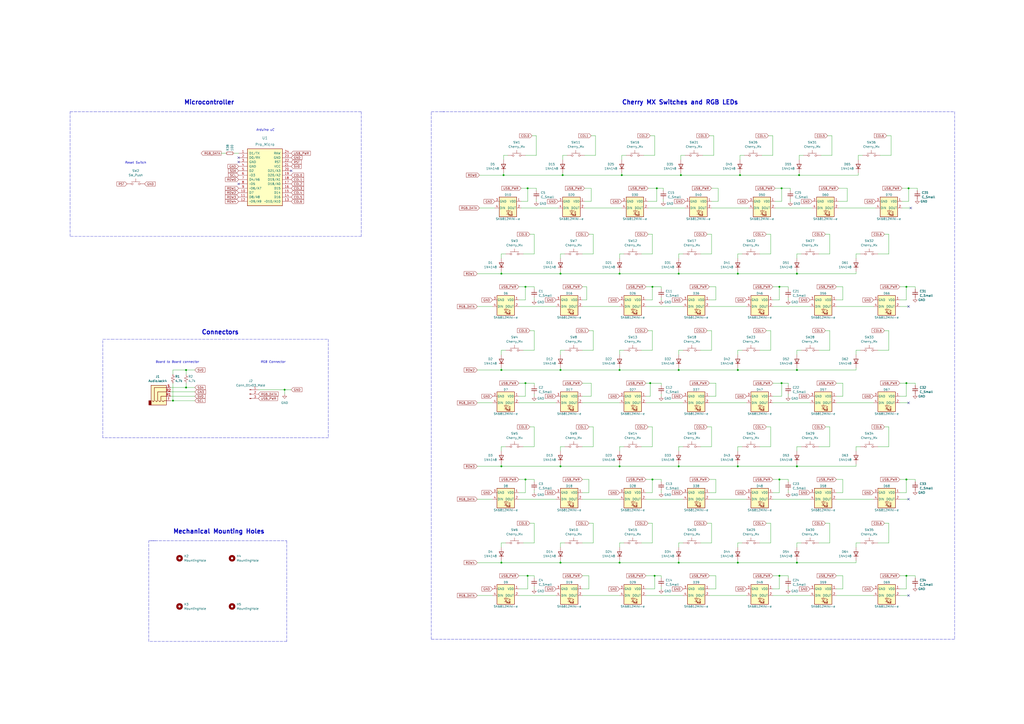
<source format=kicad_sch>
(kicad_sch (version 20211123) (generator eeschema)
  (paper "A2")
  (title_block (title "RGB-Redox") (date "2022-09-24") (rev "v1.0"))
  (lib_symbols
    (symbol "11MAD_Kadz:Cherry_Mx" (pin_numbers hide) (pin_names (offset 1.016) hide)
      (property "Reference" "SW" (at 1.27 2.54 0))
      (property "Value" "Cherry_Mx" (at 0 -1.524 0))
      (symbol "Cherry_Mx_0_1"
        (pin passive line (at -5.08 0 0) (length 2.54) (name "1") (number "1"))
        (pin passive line (at 5.08 0 180) (length 2.54) (name "2") (number "2"))
      )
    )
    (symbol "11MAD_Kadz:SK6812MINI-e" (pin_names (offset 0.254))
      (property "Reference" "D?" (at 1.27 5.08 0))
      (property "Value" "SK6812MINI-e" (at -6.35 -6.35 0))
      (symbol "SK6812MINI-e_0_0"
        (text "RGB" (at -1.524 -5.461 0) (effects (font (size 0.762 0.762))))
      )
      (symbol "SK6812MINI-e_1_1"
        (pin power_in line (at -7.62 2.54 0) (length 2.54) (name "VDD") (number "1"))
        (pin output line (at -7.62 -1.27 0) (length 2.54) (name "DOUT") (number "2"))
        (pin passive line (at 7.62 2.54 180) (length 2.54) (name "GND") (number "3"))
        (pin input line (at 7.62 -1.27 180) (length 2.54) (name "DIN") (number "4"))
      )
    )
    (symbol "Arduino:Sparkfun_Pro_Micro" (pin_names (offset 1.016))
      (property "Reference" "U" (at -8.89 21.59 0))
      (property "Value" "Sparkfun_Pro_Micro" (at 0 19.05 0))
      (symbol "Sparkfun_Pro_Micro_1_1"
        (pin bidirectional line (at -15.24 15.24 0) (length 5.08) (name "D1/TX") (number "1"))
        (pin bidirectional line (at -15.24 -7.62 0) (length 5.08) (name "D7") (number "10"))
        (pin bidirectional line (at -15.24 -10.16 0) (length 5.08) (name "D8/A8") (number "11"))
        (pin bidirectional line (at -15.24 -12.7 0) (length 5.08) (name "~D9/A9") (number "12"))
        (pin bidirectional line (at 15.24 -12.7 180) (length 5.08) (name "~D10/A10") (number "13"))
        (pin bidirectional line (at 15.24 -10.16 180) (length 5.08) (name "D16") (number "14"))
        (pin bidirectional line (at 15.24 -7.62 180) (length 5.08) (name "D14") (number "15"))
        (pin bidirectional line (at 15.24 -5.08 180) (length 5.08) (name "D15") (number "16"))
        (pin bidirectional line (at 15.24 -2.54 180) (length 5.08) (name "D18/A0") (number "17"))
        (pin bidirectional line (at 15.24 0 180) (length 5.08) (name "D19/A1") (number "18"))
        (pin bidirectional line (at 15.24 2.54 180) (length 5.08) (name "D20/A2") (number "19"))
        (pin bidirectional line (at -15.24 12.7 0) (length 5.08) (name "D0/RX") (number "2"))
        (pin bidirectional line (at 15.24 5.08 180) (length 5.08) (name "D21/A3") (number "20"))
        (pin power_in line (at 15.24 7.62 180) (length 5.08) (name "VCC") (number "21"))
        (pin input line (at 15.24 10.16 180) (length 5.08) (name "RST") (number "22"))
        (pin power_in line (at 15.24 12.7 180) (length 5.08) (name "GND") (number "23"))
        (pin power_in line (at 15.24 15.24 180) (length 5.08) (name "RAW") (number "24"))
        (pin power_in line (at -15.24 10.16 0) (length 5.08) (name "GND") (number "3"))
        (pin power_in line (at -15.24 7.62 0) (length 5.08) (name "GND") (number "4"))
        (pin bidirectional line (at -15.24 5.08 0) (length 5.08) (name "D2") (number "5"))
        (pin bidirectional line (at -15.24 2.54 0) (length 5.08) (name "~D3") (number "6"))
        (pin bidirectional line (at -15.24 0 0) (length 5.08) (name "D4/A6") (number "7"))
        (pin bidirectional line (at -15.24 -2.54 0) (length 5.08) (name "~D5") (number "8"))
        (pin bidirectional line (at -15.24 -5.08 0) (length 5.08) (name "~D6/A7") (number "9"))
      )
    )
    (symbol "Connector:AudioJack4"
      (property "Reference" "J" (at 0 8.89 0))
      (property "Value" "AudioJack4" (at 0 6.35 0))
      (symbol "AudioJack4_1_1"
        (pin passive line (at 5.08 -2.54 180) (length 2.54) (name "~") (number "R1"))
        (pin passive line (at 5.08 0 180) (length 2.54) (name "~") (number "R2"))
        (pin passive line (at 5.08 2.54 180) (length 2.54) (name "~") (number "S"))
        (pin passive line (at 5.08 -5.08 180) (length 2.54) (name "~") (number "T"))
      )
    )
    (symbol "Connector:Conn_01x03_Male" (pin_names (offset 1.016) hide)
      (property "Reference" "J" (at 0 5.08 0))
      (property "Value" "Conn_01x03_Male" (at 0 -5.08 0))
      (symbol "Conn_01x03_Male_1_1"
        (pin passive line (at 5.08 2.54 180) (length 3.81) (name "Pin_1") (number "1"))
        (pin passive line (at 5.08 0 180) (length 3.81) (name "Pin_2") (number "2"))
        (pin passive line (at 5.08 -2.54 180) (length 3.81) (name "Pin_3") (number "3"))
      )
    )
    (symbol "Device:C_Small" (pin_numbers hide) (pin_names (offset 0.254) hide)
      (property "Reference" "C" (at 0.254 1.778 0))
      (property "Value" "C_Small" (at 0.254 -2.032 0))
      (symbol "C_Small_1_1"
        (pin passive line (at 0 2.54 270) (length 2.032) (name "~") (number "1"))
        (pin passive line (at 0 -2.54 90) (length 2.032) (name "~") (number "2"))
      )
    )
    (symbol "Device:R_Small" (pin_numbers hide) (pin_names (offset 0.254) hide)
      (property "Reference" "R" (at 0.762 0.508 0))
      (property "Value" "R_Small" (at 0.762 -1.016 0))
      (symbol "R_Small_1_1"
        (pin passive line (at 0 2.54 270) (length 0.762) (name "~") (number "1"))
        (pin passive line (at 0 -2.54 90) (length 0.762) (name "~") (number "2"))
      )
    )
    (symbol "Device:R_Small_US" (pin_numbers hide) (pin_names (offset 0.254) hide)
      (property "Reference" "R" (at 0.762 0.508 0))
      (property "Value" "R_Small_US" (at 0.762 -1.016 0))
      (symbol "R_Small_US_1_1"
        (pin passive line (at 0 2.54 270) (length 1.016) (name "~") (number "1"))
        (pin passive line (at 0 -2.54 90) (length 1.016) (name "~") (number "2"))
      )
    )
    (symbol "Diode:1N4148" (pin_numbers hide) (pin_names (offset 1.016) hide)
      (property "Reference" "D" (at 0 2.54 0))
      (property "Value" "1N4148" (at 0 -2.54 0))
      (symbol "1N4148_1_1"
        (pin passive line (at -3.81 0 0) (length 2.54) (name "K") (number "1"))
        (pin passive line (at 3.81 0 180) (length 2.54) (name "A") (number "2"))
      )
    )
    (symbol "Mechanical:MountingHole" (pin_names (offset 1.016))
      (property "Reference" "H" (at 0 5.08 0))
      (property "Value" "MountingHole" (at 0 3.175 0))
    )
    (symbol "Switch:SW_Push" (pin_numbers hide) (pin_names (offset 1.016) hide)
      (property "Reference" "SW" (at 1.27 2.54 0))
      (property "Value" "SW_Push" (at 0 -1.524 0))
      (symbol "SW_Push_0_1"
        (pin passive line (at -5.08 0 0) (length 2.54) (name "1") (number "1"))
        (pin passive line (at 5.08 0 180) (length 2.54) (name "2") (number "2"))
      )
    )
    (symbol "power:GND" (power) (pin_names (offset 0))
      (property "Value" "GND" (at 0 -3.81 0))
      (symbol "GND_1_1"
        (pin power_in line (at 0 0 270) (length 0) hide (name "GND") (number "1"))
      )
    )
  )
  (junction (at 452.12 334.01))
  (junction (at 325.12 158.75))
  (junction (at 453.39 109.22))
  (junction (at 378.46 278.13))
  (junction (at 304.8 166.37))
  (junction (at 393.7 270.51))
  (junction (at 107.95 224.79))
  (junction (at 359.41 158.75))
  (junction (at 462.28 326.39))
  (junction (at 427.99 326.39))
  (junction (at 359.41 214.63))
  (junction (at 427.99 158.75))
  (junction (at 304.8 222.25))
  (junction (at 378.46 166.37))
  (junction (at 427.99 214.63))
  (junction (at 326.39 101.6))
  (junction (at 107.95 214.63))
  (junction (at 393.7 158.75))
  (junction (at 525.78 166.37))
  (junction (at 427.99 270.51))
  (junction (at 290.83 270.51))
  (junction (at 306.07 109.22))
  (junction (at 452.12 166.37))
  (junction (at 359.41 270.51))
  (junction (at 429.26 101.6))
  (junction (at 290.83 158.75))
  (junction (at 525.78 278.13))
  (junction (at 462.28 158.75))
  (junction (at 381 109.22))
  (junction (at 453.39 222.25))
  (junction (at 377.19 222.25))
  (junction (at 393.7 326.39))
  (junction (at 463.55 101.6))
  (junction (at 452.12 278.13))
  (junction (at 462.28 214.63))
  (junction (at 393.7 214.63))
  (junction (at 292.1 101.6))
  (junction (at 325.12 270.51))
  (junction (at 304.8 278.13))
  (junction (at 394.97 101.6))
  (junction (at 379.73 334.01))
  (junction (at 306.07 334.01))
  (junction (at 290.83 326.39))
  (junction (at 100.33 232.41))
  (junction (at 525.78 222.25))
  (junction (at 525.78 334.01))
  (junction (at 290.83 214.63))
  (junction (at 165.1 226.06))
  (junction (at 359.41 326.39))
  (junction (at 462.28 270.51))
  (junction (at 360.68 101.6))
  (junction (at 325.12 326.39))
  (junction (at 527.05 109.22))
  (junction (at 325.12 214.63))
  (no_connect (at 528.32 120.65))
  (no_connect (at 527.05 345.44))
  (no_connect (at 168.91 99.06))
  (no_connect (at 138.43 106.68))
  (no_connect (at 138.43 93.98))
  (no_connect (at 138.43 91.44))
  (no_connect (at 527.05 289.56))
  (no_connect (at 527.05 177.8))
  (no_connect (at 527.05 233.68))
  (wire (pts (xy 457.2 279.4) (xy 457.2 278.13)))
  (wire (pts (xy 393.7 213.36) (xy 393.7 214.63)))
  (wire (pts (xy 486.41 116.84) (xy 491.49 116.84)))
  (wire (pts (xy 325.12 269.24) (xy 325.12 270.51)))
  (wire (pts (xy 457.2 228.6) (xy 457.2 229.87)))
  (wire (pts (xy 452.12 334.01) (xy 457.2 334.01)))
  (wire (pts (xy 393.7 259.08) (xy 393.7 261.62)))
  (wire (pts (xy 306.07 109.22) (xy 311.15 109.22)))
  (wire (pts (xy 113.03 214.63) (xy 107.95 214.63)))
  (wire (pts (xy 290.83 203.2) (xy 290.83 205.74)))
  (wire (pts (xy 325.12 259.08) (xy 325.12 261.62)))
  (wire (pts (xy 462.28 157.48) (xy 462.28 158.75)))
  (wire (pts (xy 337.82 341.63) (xy 341.63 341.63)))
  (wire (pts (xy 304.8 278.13) (xy 304.8 285.75)))
  (wire (pts (xy 462.28 213.36) (xy 462.28 214.63)))
  (wire (pts (xy 307.34 135.89) (xy 309.88 135.89)))
  (wire (pts (xy 509.27 203.2) (xy 515.62 203.2)))
  (wire (pts (xy 278.13 101.6) (xy 292.1 101.6)))
  (wire (pts (xy 344.17 259.08) (xy 344.17 247.65)))
  (wire (pts (xy 374.65 334.01) (xy 379.73 334.01)))
  (wire (pts (xy 411.48 289.56) (xy 433.07 289.56)))
  (wire (pts (xy 383.54 335.28) (xy 383.54 334.01)))
  (wire (pts (xy 276.86 270.51) (xy 290.83 270.51)))
  (wire (pts (xy 396.24 147.32) (xy 393.7 147.32)))
  (wire (pts (xy 341.63 303.53) (xy 344.17 303.53)))
  (wire (pts (xy 513.08 247.65) (xy 515.62 247.65)))
  (wire (pts (xy 415.29 166.37) (xy 415.29 173.99)))
  (wire (pts (xy 412.75 120.65) (xy 434.34 120.65)))
  (wire (pts (xy 107.95 224.79) (xy 99.06 224.79)))
  (wire (pts (xy 374.65 177.8) (xy 396.24 177.8)))
  (wire (pts (xy 474.98 203.2) (xy 481.33 203.2)))
  (wire (pts (xy 278.13 120.65) (xy 287.02 120.65)))
  (wire (pts (xy 311.15 90.17) (xy 311.15 78.74)))
  (wire (pts (xy 448.31 166.37) (xy 452.12 166.37)))
  (wire (pts (xy 337.82 259.08) (xy 344.17 259.08)))
  (wire (pts (xy 292.1 101.6) (xy 292.1 100.33)))
  (wire (pts (xy 393.7 147.32) (xy 393.7 149.86)))
  (wire (pts (xy 327.66 259.08) (xy 325.12 259.08)))
  (wire (pts (xy 444.5 135.89) (xy 447.04 135.89)))
  (wire (pts (xy 290.83 270.51) (xy 290.83 269.24)))
  (polyline (pts (xy 190.5 196.85) (xy 190.5 254)))
  (wire (pts (xy 480.06 78.74) (xy 482.6 78.74)))
  (wire (pts (xy 415.29 334.01) (xy 415.29 341.63)))
  (wire (pts (xy 416.56 109.22) (xy 416.56 116.84)))
  (wire (pts (xy 379.73 334.01) (xy 383.54 334.01)))
  (wire (pts (xy 276.86 158.75) (xy 290.83 158.75)))
  (wire (pts (xy 359.41 326.39) (xy 393.7 326.39)))
  (wire (pts (xy 375.92 303.53) (xy 378.46 303.53)))
  (wire (pts (xy 375.92 116.84) (xy 381 116.84)))
  (wire (pts (xy 427.99 213.36) (xy 427.99 214.63)))
  (wire (pts (xy 448.31 345.44) (xy 469.9 345.44)))
  (wire (pts (xy 429.26 101.6) (xy 463.55 101.6)))
  (wire (pts (xy 300.99 173.99) (xy 304.8 173.99)))
  (wire (pts (xy 481.33 259.08) (xy 481.33 247.65)))
  (wire (pts (xy 165.1 226.06) (xy 165.1 228.6)))
  (polyline (pts (xy 250.19 64.77) (xy 257.81 64.77)))
  (wire (pts (xy 463.55 100.33) (xy 463.55 101.6)))
  (wire (pts (xy 378.46 147.32) (xy 378.46 135.89)))
  (polyline (pts (xy 190.5 254) (xy 59.69 254)))
  (wire (pts (xy 326.39 100.33) (xy 326.39 101.6)))
  (wire (pts (xy 497.84 90.17) (xy 497.84 92.71)))
  (wire (pts (xy 393.7 203.2) (xy 393.7 205.74)))
  (wire (pts (xy 427.99 214.63) (xy 462.28 214.63)))
  (wire (pts (xy 485.14 341.63) (xy 488.95 341.63)))
  (wire (pts (xy 361.95 203.2) (xy 359.41 203.2)))
  (wire (pts (xy 293.37 259.08) (xy 290.83 259.08)))
  (wire (pts (xy 327.66 147.32) (xy 325.12 147.32)))
  (wire (pts (xy 359.41 270.51) (xy 393.7 270.51)))
  (wire (pts (xy 393.7 269.24) (xy 393.7 270.51)))
  (polyline (pts (xy 166.37 372.11) (xy 86.36 372.11)))
  (wire (pts (xy 440.69 314.96) (xy 447.04 314.96)))
  (wire (pts (xy 293.37 314.96) (xy 290.83 314.96)))
  (wire (pts (xy 430.53 147.32) (xy 427.99 147.32)))
  (wire (pts (xy 510.54 90.17) (xy 516.89 90.17)))
  (wire (pts (xy 342.9 109.22) (xy 342.9 116.84)))
  (wire (pts (xy 375.92 191.77) (xy 378.46 191.77)))
  (wire (pts (xy 290.83 158.75) (xy 290.83 157.48)))
  (wire (pts (xy 290.83 158.75) (xy 325.12 158.75)))
  (wire (pts (xy 393.7 270.51) (xy 427.99 270.51)))
  (wire (pts (xy 341.63 278.13) (xy 341.63 285.75)))
  (wire (pts (xy 396.24 314.96) (xy 393.7 314.96)))
  (wire (pts (xy 411.48 233.68) (xy 433.07 233.68)))
  (wire (pts (xy 374.65 222.25) (xy 377.19 222.25)))
  (wire (pts (xy 462.28 147.32) (xy 462.28 149.86)))
  (wire (pts (xy 496.57 147.32) (xy 496.57 149.86)))
  (wire (pts (xy 276.86 214.63) (xy 290.83 214.63)))
  (wire (pts (xy 427.99 158.75) (xy 462.28 158.75)))
  (wire (pts (xy 359.41 157.48) (xy 359.41 158.75)))
  (wire (pts (xy 449.58 116.84) (xy 453.39 116.84)))
  (wire (pts (xy 328.93 90.17) (xy 326.39 90.17)))
  (wire (pts (xy 530.86 167.64) (xy 530.86 166.37)))
  (wire (pts (xy 396.24 203.2) (xy 393.7 203.2)))
  (wire (pts (xy 113.03 229.87) (xy 99.06 229.87)))
  (wire (pts (xy 326.39 101.6) (xy 360.68 101.6)))
  (wire (pts (xy 415.29 278.13) (xy 415.29 285.75)))
  (wire (pts (xy 309.88 340.36) (xy 309.88 341.63)))
  (wire (pts (xy 304.8 222.25) (xy 309.88 222.25)))
  (wire (pts (xy 427.99 326.39) (xy 462.28 326.39)))
  (wire (pts (xy 325.12 325.12) (xy 325.12 326.39)))
  (wire (pts (xy 462.28 269.24) (xy 462.28 270.51)))
  (wire (pts (xy 447.04 314.96) (xy 447.04 303.53)))
  (wire (pts (xy 396.24 259.08) (xy 393.7 259.08)))
  (wire (pts (xy 406.4 259.08) (xy 412.75 259.08)))
  (wire (pts (xy 309.88 223.52) (xy 309.88 222.25)))
  (wire (pts (xy 325.12 214.63) (xy 359.41 214.63)))
  (wire (pts (xy 453.39 222.25) (xy 457.2 222.25)))
  (wire (pts (xy 304.8 278.13) (xy 309.88 278.13)))
  (wire (pts (xy 377.19 78.74) (xy 379.73 78.74)))
  (wire (pts (xy 453.39 109.22) (xy 453.39 116.84)))
  (wire (pts (xy 414.02 90.17) (xy 414.02 78.74)))
  (wire (pts (xy 290.83 214.63) (xy 325.12 214.63)))
  (wire (pts (xy 449.58 109.22) (xy 453.39 109.22)))
  (wire (pts (xy 509.27 259.08) (xy 515.62 259.08)))
  (wire (pts (xy 453.39 222.25) (xy 453.39 229.87)))
  (wire (pts (xy 430.53 259.08) (xy 427.99 259.08)))
  (wire (pts (xy 341.63 135.89) (xy 344.17 135.89)))
  (wire (pts (xy 457.2 172.72) (xy 457.2 173.99)))
  (wire (pts (xy 500.38 90.17) (xy 497.84 90.17)))
  (wire (pts (xy 448.31 341.63) (xy 452.12 341.63)))
  (polyline (pts (xy 553.72 64.77) (xy 553.72 370.84)))
  (wire (pts (xy 302.26 116.84) (xy 306.07 116.84)))
  (wire (pts (xy 393.7 158.75) (xy 427.99 158.75)))
  (wire (pts (xy 485.14 334.01) (xy 488.95 334.01)))
  (wire (pts (xy 292.1 90.17) (xy 292.1 92.71)))
  (wire (pts (xy 513.08 135.89) (xy 515.62 135.89)))
  (wire (pts (xy 381 109.22) (xy 381 116.84)))
  (wire (pts (xy 393.7 214.63) (xy 427.99 214.63)))
  (wire (pts (xy 406.4 314.96) (xy 412.75 314.96)))
  (wire (pts (xy 372.11 259.08) (xy 378.46 259.08)))
  (wire (pts (xy 290.83 147.32) (xy 290.83 149.86)))
  (wire (pts (xy 337.82 222.25) (xy 342.9 222.25)))
  (wire (pts (xy 303.53 314.96) (xy 309.88 314.96)))
  (wire (pts (xy 521.97 285.75) (xy 525.78 285.75)))
  (wire (pts (xy 411.48 229.87) (xy 415.29 229.87)))
  (wire (pts (xy 462.28 326.39) (xy 496.57 326.39)))
  (wire (pts (xy 448.31 285.75) (xy 452.12 285.75)))
  (wire (pts (xy 374.65 289.56) (xy 396.24 289.56)))
  (wire (pts (xy 383.54 228.6) (xy 383.54 229.87)))
  (wire (pts (xy 342.9 78.74) (xy 345.44 78.74)))
  (wire (pts (xy 448.31 278.13) (xy 452.12 278.13)))
  (wire (pts (xy 383.54 167.64) (xy 383.54 166.37)))
  (wire (pts (xy 394.97 90.17) (xy 394.97 92.71)))
  (wire (pts (xy 515.62 259.08) (xy 515.62 247.65)))
  (wire (pts (xy 488.95 334.01) (xy 488.95 341.63)))
  (wire (pts (xy 441.96 90.17) (xy 448.31 90.17)))
  (wire (pts (xy 393.7 314.96) (xy 393.7 317.5)))
  (wire (pts (xy 361.95 259.08) (xy 359.41 259.08)))
  (wire (pts (xy 499.11 147.32) (xy 496.57 147.32)))
  (wire (pts (xy 306.07 334.01) (xy 309.88 334.01)))
  (wire (pts (xy 444.5 303.53) (xy 447.04 303.53)))
  (wire (pts (xy 411.48 78.74) (xy 414.02 78.74)))
  (wire (pts (xy 383.54 223.52) (xy 383.54 222.25)))
  (wire (pts (xy 527.05 177.8) (xy 521.97 177.8)))
  (wire (pts (xy 444.5 247.65) (xy 447.04 247.65)))
  (wire (pts (xy 337.82 173.99) (xy 340.36 173.99)))
  (wire (pts (xy 290.83 326.39) (xy 325.12 326.39)))
  (wire (pts (xy 410.21 135.89) (xy 412.75 135.89)))
  (polyline (pts (xy 54.61 64.77) (xy 209.55 64.77)))
  (wire (pts (xy 304.8 222.25) (xy 304.8 229.87)))
  (wire (pts (xy 448.31 222.25) (xy 453.39 222.25)))
  (wire (pts (xy 527.05 109.22) (xy 532.13 109.22)))
  (wire (pts (xy 485.14 166.37) (xy 488.95 166.37)))
  (polyline (pts (xy 86.36 313.69) (xy 90.17 313.69)))
  (wire (pts (xy 290.83 214.63) (xy 290.83 213.36)))
  (wire (pts (xy 107.95 214.63) (xy 100.33 214.63)))
  (polyline (pts (xy 166.37 313.69) (xy 166.37 372.11)))
  (wire (pts (xy 344.17 314.96) (xy 344.17 303.53)))
  (wire (pts (xy 300.99 233.68) (xy 322.58 233.68)))
  (wire (pts (xy 429.26 90.17) (xy 429.26 92.71)))
  (wire (pts (xy 486.41 109.22) (xy 491.49 109.22)))
  (wire (pts (xy 440.69 259.08) (xy 447.04 259.08)))
  (wire (pts (xy 374.65 166.37) (xy 378.46 166.37)))
  (wire (pts (xy 481.33 147.32) (xy 481.33 135.89)))
  (wire (pts (xy 448.31 289.56) (xy 469.9 289.56)))
  (wire (pts (xy 300.99 177.8) (xy 322.58 177.8)))
  (wire (pts (xy 378.46 203.2) (xy 378.46 191.77)))
  (wire (pts (xy 448.31 177.8) (xy 469.9 177.8)))
  (wire (pts (xy 311.15 115.57) (xy 311.15 116.84)))
  (wire (pts (xy 527.05 345.44) (xy 521.97 345.44)))
  (wire (pts (xy 457.2 340.36) (xy 457.2 341.63)))
  (wire (pts (xy 412.75 259.08) (xy 412.75 247.65)))
  (wire (pts (xy 300.99 341.63) (xy 306.07 341.63)))
  (wire (pts (xy 452.12 166.37) (xy 457.2 166.37)))
  (polyline (pts (xy 40.64 64.77) (xy 54.61 64.77)))
  (wire (pts (xy 372.11 314.96) (xy 378.46 314.96)))
  (wire (pts (xy 509.27 147.32) (xy 515.62 147.32)))
  (wire (pts (xy 476.25 90.17) (xy 482.6 90.17)))
  (wire (pts (xy 464.82 147.32) (xy 462.28 147.32)))
  (wire (pts (xy 327.66 203.2) (xy 325.12 203.2)))
  (wire (pts (xy 378.46 314.96) (xy 378.46 303.53)))
  (wire (pts (xy 521.97 166.37) (xy 525.78 166.37)))
  (wire (pts (xy 341.63 191.77) (xy 344.17 191.77)))
  (wire (pts (xy 485.14 173.99) (xy 488.95 173.99)))
  (wire (pts (xy 337.82 147.32) (xy 344.17 147.32)))
  (wire (pts (xy 325.12 158.75) (xy 359.41 158.75)))
  (wire (pts (xy 290.83 326.39) (xy 290.83 325.12)))
  (wire (pts (xy 464.82 259.08) (xy 462.28 259.08)))
  (wire (pts (xy 360.68 101.6) (xy 394.97 101.6)))
  (wire (pts (xy 300.99 222.25) (xy 304.8 222.25)))
  (wire (pts (xy 457.2 284.48) (xy 457.2 285.75)))
  (wire (pts (xy 452.12 278.13) (xy 457.2 278.13)))
  (wire (pts (xy 412.75 116.84) (xy 416.56 116.84)))
  (wire (pts (xy 527.05 233.68) (xy 521.97 233.68)))
  (wire (pts (xy 485.14 233.68) (xy 506.73 233.68)))
  (polyline (pts (xy 59.69 196.85) (xy 64.77 196.85)))
  (wire (pts (xy 412.75 109.22) (xy 416.56 109.22)))
  (wire (pts (xy 309.88 259.08) (xy 309.88 247.65)))
  (wire (pts (xy 393.7 326.39) (xy 427.99 326.39)))
  (wire (pts (xy 304.8 166.37) (xy 309.88 166.37)))
  (wire (pts (xy 337.82 285.75) (xy 341.63 285.75)))
  (wire (pts (xy 300.99 229.87) (xy 304.8 229.87)))
  (wire (pts (xy 276.86 177.8) (xy 285.75 177.8)))
  (wire (pts (xy 359.41 213.36) (xy 359.41 214.63)))
  (wire (pts (xy 427.99 147.32) (xy 427.99 149.86)))
  (wire (pts (xy 527.05 289.56) (xy 521.97 289.56)))
  (polyline (pts (xy 256.54 64.77) (xy 553.72 64.77)))
  (wire (pts (xy 410.21 303.53) (xy 412.75 303.53)))
  (wire (pts (xy 447.04 147.32) (xy 447.04 135.89)))
  (wire (pts (xy 530.86 279.4) (xy 530.86 278.13)))
  (wire (pts (xy 453.39 109.22) (xy 458.47 109.22)))
  (wire (pts (xy 412.75 203.2) (xy 412.75 191.77)))
  (wire (pts (xy 309.88 279.4) (xy 309.88 278.13)))
  (wire (pts (xy 462.28 214.63) (xy 496.57 214.63)))
  (wire (pts (xy 360.68 100.33) (xy 360.68 101.6)))
  (wire (pts (xy 513.08 303.53) (xy 515.62 303.53)))
  (wire (pts (xy 491.49 109.22) (xy 491.49 116.84)))
  (wire (pts (xy 379.73 341.63) (xy 379.73 334.01)))
  (wire (pts (xy 290.83 259.08) (xy 290.83 261.62)))
  (wire (pts (xy 496.57 158.75) (xy 496.57 157.48)))
  (wire (pts (xy 339.09 120.65) (xy 360.68 120.65)))
  (wire (pts (xy 499.11 203.2) (xy 496.57 203.2)))
  (wire (pts (xy 337.82 289.56) (xy 359.41 289.56)))
  (wire (pts (xy 525.78 334.01) (xy 525.78 341.63)))
  (wire (pts (xy 462.28 158.75) (xy 496.57 158.75)))
  (wire (pts (xy 378.46 278.13) (xy 378.46 285.75)))
  (wire (pts (xy 406.4 147.32) (xy 412.75 147.32)))
  (wire (pts (xy 325.12 213.36) (xy 325.12 214.63)))
  (wire (pts (xy 303.53 259.08) (xy 309.88 259.08)))
  (wire (pts (xy 374.65 173.99) (xy 378.46 173.99)))
  (wire (pts (xy 457.2 335.28) (xy 457.2 334.01)))
  (wire (pts (xy 513.08 191.77) (xy 515.62 191.77)))
  (wire (pts (xy 360.68 90.17) (xy 360.68 92.71)))
  (wire (pts (xy 462.28 325.12) (xy 462.28 326.39)))
  (wire (pts (xy 293.37 203.2) (xy 290.83 203.2)))
  (wire (pts (xy 485.14 285.75) (xy 488.95 285.75)))
  (wire (pts (xy 427.99 259.08) (xy 427.99 261.62)))
  (wire (pts (xy 448.31 233.68) (xy 469.9 233.68)))
  (wire (pts (xy 427.99 270.51) (xy 462.28 270.51)))
  (wire (pts (xy 499.11 314.96) (xy 496.57 314.96)))
  (wire (pts (xy 309.88 172.72) (xy 309.88 173.99)))
  (wire (pts (xy 378.46 166.37) (xy 383.54 166.37)))
  (wire (pts (xy 411.48 173.99) (xy 415.29 173.99)))
  (wire (pts (xy 410.21 247.65) (xy 412.75 247.65)))
  (wire (pts (xy 113.03 224.79) (xy 107.95 224.79)))
  (wire (pts (xy 411.48 341.63) (xy 415.29 341.63)))
  (wire (pts (xy 521.97 173.99) (xy 525.78 173.99)))
  (wire (pts (xy 374.65 341.63) (xy 379.73 341.63)))
  (wire (pts (xy 521.97 229.87) (xy 525.78 229.87)))
  (wire (pts (xy 337.82 345.44) (xy 359.41 345.44)))
  (wire (pts (xy 457.2 223.52) (xy 457.2 222.25)))
  (wire (pts (xy 527.05 109.22) (xy 527.05 116.84)))
  (wire (pts (xy 359.41 158.75) (xy 393.7 158.75)))
  (wire (pts (xy 440.69 147.32) (xy 447.04 147.32)))
  (wire (pts (xy 516.89 90.17) (xy 516.89 78.74)))
  (wire (pts (xy 309.88 314.96) (xy 309.88 303.53)))
  (polyline (pts (xy 553.72 370.84) (xy 250.19 370.84)))
  (wire (pts (xy 341.63 334.01) (xy 341.63 341.63)))
  (wire (pts (xy 497.84 101.6) (xy 497.84 100.33)))
  (wire (pts (xy 447.04 259.08) (xy 447.04 247.65)))
  (wire (pts (xy 440.69 203.2) (xy 447.04 203.2)))
  (wire (pts (xy 377.19 222.25) (xy 383.54 222.25)))
  (wire (pts (xy 458.47 115.57) (xy 458.47 116.84)))
  (wire (pts (xy 361.95 314.96) (xy 359.41 314.96)))
  (wire (pts (xy 337.82 166.37) (xy 340.36 166.37)))
  (wire (pts (xy 397.51 90.17) (xy 394.97 90.17)))
  (wire (pts (xy 325.12 147.32) (xy 325.12 149.86)))
  (wire (pts (xy 363.22 90.17) (xy 360.68 90.17)))
  (wire (pts (xy 290.83 270.51) (xy 325.12 270.51)))
  (wire (pts (xy 474.98 314.96) (xy 481.33 314.96)))
  (wire (pts (xy 496.57 259.08) (xy 496.57 261.62)))
  (wire (pts (xy 302.26 120.65) (xy 323.85 120.65)))
  (wire (pts (xy 337.82 278.13) (xy 341.63 278.13)))
  (wire (pts (xy 302.26 109.22) (xy 306.07 109.22)))
  (wire (pts (xy 411.48 334.01) (xy 415.29 334.01)))
  (wire (pts (xy 463.55 101.6) (xy 497.84 101.6)))
  (wire (pts (xy 309.88 335.28) (xy 309.88 334.01)))
  (wire (pts (xy 375.92 120.65) (xy 397.51 120.65)))
  (wire (pts (xy 383.54 279.4) (xy 383.54 278.13)))
  (wire (pts (xy 515.62 147.32) (xy 515.62 135.89)))
  (wire (pts (xy 411.48 345.44) (xy 433.07 345.44)))
  (wire (pts (xy 444.5 191.77) (xy 447.04 191.77)))
  (wire (pts (xy 337.82 334.01) (xy 341.63 334.01)))
  (wire (pts (xy 407.67 90.17) (xy 414.02 90.17)))
  (wire (pts (xy 514.35 78.74) (xy 516.89 78.74)))
  (wire (pts (xy 452.12 166.37) (xy 452.12 173.99)))
  (wire (pts (xy 462.28 259.08) (xy 462.28 261.62)))
  (wire (pts (xy 448.31 173.99) (xy 452.12 173.99)))
  (wire (pts (xy 377.19 222.25) (xy 377.19 229.87)))
  (wire (pts (xy 393.7 157.48) (xy 393.7 158.75)))
  (wire (pts (xy 462.28 314.96) (xy 462.28 317.5)))
  (wire (pts (xy 325.12 157.48) (xy 325.12 158.75)))
  (wire (pts (xy 113.03 227.33) (xy 99.06 227.33)))
  (wire (pts (xy 378.46 166.37) (xy 378.46 173.99)))
  (wire (pts (xy 339.09 109.22) (xy 342.9 109.22)))
  (wire (pts (xy 359.41 214.63) (xy 393.7 214.63)))
  (wire (pts (xy 523.24 109.22) (xy 527.05 109.22)))
  (wire (pts (xy 464.82 203.2) (xy 462.28 203.2)))
  (wire (pts (xy 375.92 109.22) (xy 381 109.22)))
  (wire (pts (xy 448.31 229.87) (xy 453.39 229.87)))
  (wire (pts (xy 309.88 284.48) (xy 309.88 285.75)))
  (wire (pts (xy 393.7 325.12) (xy 393.7 326.39)))
  (wire (pts (xy 521.97 222.25) (xy 525.78 222.25)))
  (wire (pts (xy 309.88 203.2) (xy 309.88 191.77)))
  (wire (pts (xy 466.09 90.17) (xy 463.55 90.17)))
  (wire (pts (xy 462.28 270.51) (xy 496.57 270.51)))
  (wire (pts (xy 374.65 229.87) (xy 377.19 229.87)))
  (wire (pts (xy 276.86 345.44) (xy 285.75 345.44)))
  (wire (pts (xy 485.14 222.25) (xy 488.95 222.25)))
  (wire (pts (xy 485.14 278.13) (xy 488.95 278.13)))
  (wire (pts (xy 325.12 203.2) (xy 325.12 205.74)))
  (wire (pts (xy 525.78 166.37) (xy 525.78 173.99)))
  (wire (pts (xy 341.63 247.65) (xy 344.17 247.65)))
  (wire (pts (xy 373.38 90.17) (xy 379.73 90.17)))
  (wire (pts (xy 375.92 135.89) (xy 378.46 135.89)))
  (wire (pts (xy 307.34 191.77) (xy 309.88 191.77)))
  (wire (pts (xy 431.8 90.17) (xy 429.26 90.17)))
  (wire (pts (xy 378.46 259.08) (xy 378.46 247.65)))
  (polyline (pts (xy 87.63 313.69) (xy 166.37 313.69)))
  (polyline (pts (xy 40.64 137.16) (xy 40.64 64.77)))
  (wire (pts (xy 521.97 334.01) (xy 525.78 334.01)))
  (wire (pts (xy 427.99 203.2) (xy 427.99 205.74)))
  (wire (pts (xy 412.75 314.96) (xy 412.75 303.53)))
  (wire (pts (xy 515.62 314.96) (xy 515.62 303.53)))
  (wire (pts (xy 429.26 100.33) (xy 429.26 101.6)))
  (wire (pts (xy 383.54 172.72) (xy 383.54 173.99)))
  (wire (pts (xy 523.24 116.84) (xy 527.05 116.84)))
  (wire (pts (xy 525.78 166.37) (xy 530.86 166.37)))
  (wire (pts (xy 384.81 110.49) (xy 384.81 109.22)))
  (wire (pts (xy 481.33 314.96) (xy 481.33 303.53)))
  (wire (pts (xy 359.41 147.32) (xy 359.41 149.86)))
  (wire (pts (xy 379.73 90.17) (xy 379.73 78.74)))
  (wire (pts (xy 411.48 177.8) (xy 433.07 177.8)))
  (wire (pts (xy 485.14 229.87) (xy 488.95 229.87)))
  (wire (pts (xy 448.31 334.01) (xy 452.12 334.01)))
  (wire (pts (xy 325.12 314.96) (xy 325.12 317.5)))
  (wire (pts (xy 309.88 167.64) (xy 309.88 166.37)))
  (wire (pts (xy 276.86 326.39) (xy 290.83 326.39)))
  (wire (pts (xy 344.17 203.2) (xy 344.17 191.77)))
  (wire (pts (xy 300.99 345.44) (xy 322.58 345.44)))
  (wire (pts (xy 294.64 90.17) (xy 292.1 90.17)))
  (wire (pts (xy 306.07 341.63) (xy 306.07 334.01)))
  (wire (pts (xy 496.57 214.63) (xy 496.57 213.36)))
  (wire (pts (xy 337.82 314.96) (xy 344.17 314.96)))
  (wire (pts (xy 525.78 334.01) (xy 530.86 334.01)))
  (wire (pts (xy 325.12 326.39) (xy 359.41 326.39)))
  (wire (pts (xy 359.41 269.24) (xy 359.41 270.51)))
  (wire (pts (xy 427.99 157.48) (xy 427.99 158.75)))
  (wire (pts (xy 488.95 166.37) (xy 488.95 173.99)))
  (wire (pts (xy 307.34 247.65) (xy 309.88 247.65)))
  (wire (pts (xy 381 109.22) (xy 384.81 109.22)))
  (wire (pts (xy 496.57 270.51) (xy 496.57 269.24)))
  (wire (pts (xy 378.46 278.13) (xy 383.54 278.13)))
  (polyline (pts (xy 209.55 64.77) (xy 209.55 137.16)))
  (wire (pts (xy 340.36 166.37) (xy 340.36 173.99)))
  (wire (pts (xy 168.91 226.06) (xy 165.1 226.06)))
  (wire (pts (xy 374.65 345.44) (xy 396.24 345.44)))
  (wire (pts (xy 361.95 147.32) (xy 359.41 147.32)))
  (wire (pts (xy 411.48 222.25) (xy 415.29 222.25)))
  (wire (pts (xy 525.78 222.25) (xy 525.78 229.87)))
  (wire (pts (xy 412.75 147.32) (xy 412.75 135.89)))
  (wire (pts (xy 530.86 223.52) (xy 530.86 222.25)))
  (wire (pts (xy 308.61 78.74) (xy 311.15 78.74)))
  (polyline (pts (xy 59.69 254) (xy 59.69 196.85)))
  (wire (pts (xy 485.14 345.44) (xy 506.73 345.44)))
  (wire (pts (xy 374.65 278.13) (xy 378.46 278.13)))
  (wire (pts (xy 525.78 278.13) (xy 525.78 285.75)))
  (wire (pts (xy 306.07 109.22) (xy 306.07 116.84)))
  (wire (pts (xy 496.57 203.2) (xy 496.57 205.74)))
  (wire (pts (xy 411.48 166.37) (xy 415.29 166.37)))
  (wire (pts (xy 447.04 203.2) (xy 447.04 191.77)))
  (wire (pts (xy 445.77 78.74) (xy 448.31 78.74)))
  (wire (pts (xy 486.41 120.65) (xy 508 120.65)))
  (polyline (pts (xy 209.55 137.16) (xy 40.64 137.16)))
  (polyline (pts (xy 86.36 372.11) (xy 86.36 313.69)))
  (wire (pts (xy 427.99 314.96) (xy 427.99 317.5)))
  (wire (pts (xy 410.21 191.77) (xy 412.75 191.77)))
  (wire (pts (xy 430.53 203.2) (xy 427.99 203.2)))
  (wire (pts (xy 525.78 278.13) (xy 530.86 278.13)))
  (wire (pts (xy 304.8 90.17) (xy 311.15 90.17)))
  (wire (pts (xy 478.79 191.77) (xy 481.33 191.77)))
  (wire (pts (xy 478.79 135.89) (xy 481.33 135.89)))
  (wire (pts (xy 430.53 314.96) (xy 427.99 314.96)))
  (wire (pts (xy 383.54 284.48) (xy 383.54 285.75)))
  (wire (pts (xy 372.11 147.32) (xy 378.46 147.32)))
  (wire (pts (xy 107.95 214.63) (xy 107.95 217.17)))
  (wire (pts (xy 530.86 335.28) (xy 530.86 334.01)))
  (wire (pts (xy 276.86 233.68) (xy 285.75 233.68)))
  (wire (pts (xy 525.78 222.25) (xy 530.86 222.25)))
  (wire (pts (xy 457.2 167.64) (xy 457.2 166.37)))
  (wire (pts (xy 342.9 222.25) (xy 342.9 229.87)))
  (wire (pts (xy 496.57 326.39) (xy 496.57 325.12)))
  (wire (pts (xy 100.33 214.63) (xy 100.33 217.17)))
  (wire (pts (xy 307.34 303.53) (xy 309.88 303.53)))
  (wire (pts (xy 394.97 101.6) (xy 429.26 101.6)))
  (wire (pts (xy 135.89 88.9) (xy 138.43 88.9)))
  (wire (pts (xy 100.33 222.25) (xy 100.33 232.41)))
  (wire (pts (xy 521.97 278.13) (xy 525.78 278.13)))
  (wire (pts (xy 481.33 203.2) (xy 481.33 191.77)))
  (wire (pts (xy 359.41 259.08) (xy 359.41 261.62)))
  (wire (pts (xy 359.41 314.96) (xy 359.41 317.5)))
  (wire (pts (xy 359.41 203.2) (xy 359.41 205.74)))
  (wire (pts (xy 339.09 116.84) (xy 342.9 116.84)))
  (wire (pts (xy 99.06 232.41) (xy 100.33 232.41)))
  (wire (pts (xy 300.99 285.75) (xy 304.8 285.75)))
  (wire (pts (xy 464.82 314.96) (xy 462.28 314.96)))
  (wire (pts (xy 337.82 233.68) (xy 359.41 233.68)))
  (wire (pts (xy 337.82 203.2) (xy 344.17 203.2)))
  (wire (pts (xy 100.33 232.41) (xy 113.03 232.41)))
  (wire (pts (xy 488.95 278.13) (xy 488.95 285.75)))
  (wire (pts (xy 482.6 90.17) (xy 482.6 78.74)))
  (wire (pts (xy 290.83 314.96) (xy 290.83 317.5)))
  (wire (pts (xy 311.15 110.49) (xy 311.15 109.22)))
  (wire (pts (xy 325.12 270.51) (xy 359.41 270.51)))
  (wire (pts (xy 452.12 278.13) (xy 452.12 285.75)))
  (wire (pts (xy 478.79 247.65) (xy 481.33 247.65)))
  (wire (pts (xy 293.37 147.32) (xy 290.83 147.32)))
  (wire (pts (xy 374.65 233.68) (xy 396.24 233.68)))
  (wire (pts (xy 458.47 110.49) (xy 458.47 109.22)))
  (wire (pts (xy 528.32 120.65) (xy 523.24 120.65)))
  (wire (pts (xy 427.99 269.24) (xy 427.99 270.51)))
  (wire (pts (xy 499.11 259.08) (xy 496.57 259.08)))
  (wire (pts (xy 488.95 222.25) (xy 488.95 229.87)))
  (wire (pts (xy 394.97 100.33) (xy 394.97 101.6)))
  (wire (pts (xy 415.29 222.25) (xy 415.29 229.87)))
  (wire (pts (xy 337.82 229.87) (xy 342.9 229.87)))
  (wire (pts (xy 304.8 166.37) (xy 304.8 173.99)))
  (wire (pts (xy 448.31 90.17) (xy 448.31 78.74)))
  (wire (pts (xy 309.88 147.32) (xy 309.88 135.89)))
  (wire (pts (xy 485.14 289.56) (xy 506.73 289.56)))
  (wire (pts (xy 496.57 314.96) (xy 496.57 317.5)))
  (wire (pts (xy 478.79 303.53) (xy 481.33 303.53)))
  (wire (pts (xy 372.11 203.2) (xy 378.46 203.2)))
  (wire (pts (xy 345.44 90.17) (xy 345.44 78.74)))
  (wire (pts (xy 303.53 147.32) (xy 309.88 147.32)))
  (wire (pts (xy 292.1 101.6) (xy 326.39 101.6)))
  (wire (pts (xy 300.99 278.13) (xy 304.8 278.13)))
  (wire (pts (xy 344.17 147.32) (xy 344.17 135.89)))
  (wire (pts (xy 149.86 226.06) (xy 165.1 226.06)))
  (wire (pts (xy 509.27 314.96) (xy 515.62 314.96)))
  (wire (pts (xy 309.88 228.6) (xy 309.88 229.87)))
  (polyline (pts (xy 250.19 370.84) (xy 250.19 64.77)))
  (wire (pts (xy 276.86 289.56) (xy 285.75 289.56)))
  (wire (pts (xy 327.66 314.96) (xy 325.12 314.96)))
  (wire (pts (xy 427.99 325.12) (xy 427.99 326.39)))
  (wire (pts (xy 300.99 289.56) (xy 322.58 289.56)))
  (wire (pts (xy 463.55 90.17) (xy 463.55 92.71)))
  (wire (pts (xy 303.53 203.2) (xy 309.88 203.2)))
  (wire (pts (xy 411.48 278.13) (xy 415.29 278.13)))
  (wire (pts (xy 515.62 203.2) (xy 515.62 191.77)))
  (wire (pts (xy 383.54 340.36) (xy 383.54 341.63)))
  (wire (pts (xy 485.14 177.8) (xy 506.73 177.8)))
  (wire (pts (xy 359.41 325.12) (xy 359.41 326.39)))
  (wire (pts (xy 375.92 247.65) (xy 378.46 247.65)))
  (polyline (pts (xy 64.77 196.85) (xy 190.5 196.85)))
  (wire (pts (xy 474.98 259.08) (xy 481.33 259.08)))
  (wire (pts (xy 462.28 203.2) (xy 462.28 205.74)))
  (wire (pts (xy 474.98 147.32) (xy 481.33 147.32)))
  (wire (pts (xy 300.99 166.37) (xy 304.8 166.37)))
  (wire (pts (xy 337.82 177.8) (xy 359.41 177.8)))
  (wire (pts (xy 128.27 88.9) (xy 130.81 88.9)))
  (wire (pts (xy 521.97 341.63) (xy 525.78 341.63)))
  (wire (pts (xy 406.4 203.2) (xy 412.75 203.2)))
  (wire (pts (xy 326.39 90.17) (xy 326.39 92.71)))
  (wire (pts (xy 411.48 285.75) (xy 415.29 285.75)))
  (wire (pts (xy 532.13 110.49) (xy 532.13 109.22)))
  (wire (pts (xy 452.12 334.01) (xy 452.12 341.63)))
  (wire (pts (xy 384.81 115.57) (xy 384.81 116.84)))
  (wire (pts (xy 339.09 90.17) (xy 345.44 90.17)))
  (wire (pts (xy 449.58 120.65) (xy 471.17 120.65)))
  (wire (pts (xy 107.95 222.25) (xy 107.95 224.79)))
  (wire (pts (xy 374.65 285.75) (xy 378.46 285.75)))
  (wire (pts (xy 300.99 334.01) (xy 306.07 334.01)))
  (text "Mechanical Mounting Holes" (at 100.33 309.88 0) (effects (font (size 2.54 2.54) (thickness 0.508) bold) (justify left bottom)))
  (text "Reset Switch" (at 72.39 95.25 0) (effects (font (size 1.27 1.27) italic) (justify left bottom)))
  (text "Cherry MX Switches and RGB LEDs" (at 360.68 60.96 0) (effects (font (size 2.54 2.54) (thickness 0.508) bold) (justify left bottom)))
  (text "RGB Connector" (at 151.13 210.82 0) (effects (font (size 1.27 1.27) italic) (justify left bottom)))
  (text "Connectors" (at 116.84 194.31 0) (effects (font (size 2.54 2.54) (thickness 0.508) bold) (justify left bottom)))
  (text "Microcontroller" (at 106.68 60.96 0) (effects (font (size 2.54 2.54) (thickness 0.508) bold) (justify left bottom)))
  (text "Arduino uC" (at 148.59 76.2 0) (effects (font (size 1.27 1.27) italic) (justify left bottom)))
  (text "Board to Board connector" (at 90.17 210.82 0) (effects (font (size 1.27 1.27) italic) (justify left bottom)))
  (global_label "GND" (shape input) (at 396.24 285.75 180) (property "Intersheet References" "${INTERSHEET_REFS}" (effects hide)))
  (global_label "COL6" (shape input) (at 168.91 116.84 0) (property "Intersheet References" "${INTERSHEET_REFS}" (effects hide)))
  (global_label "USB_PWR" (shape input) (at 448.31 278.13 180) (property "Intersheet References" "${INTERSHEET_REFS}" (effects hide)))
  (global_label "GND" (shape input) (at 285.75 173.99 180) (property "Intersheet References" "${INTERSHEET_REFS}" (effects hide)))
  (global_label "GND" (shape input) (at 285.75 229.87 180) (property "Intersheet References" "${INTERSHEET_REFS}" (effects hide)))
  (global_label "GND" (shape input) (at 433.07 229.87 180) (property "Intersheet References" "${INTERSHEET_REFS}" (effects hide)))
  (global_label "USB_PWR" (shape input) (at 337.82 334.01 180) (property "Intersheet References" "${INTERSHEET_REFS}" (effects hide)))
  (global_label "USB_PWR" (shape input) (at 523.24 109.22 180) (property "Intersheet References" "${INTERSHEET_REFS}" (effects hide)))
  (global_label "USB_PWR" (shape input) (at 374.65 166.37 180) (property "Intersheet References" "${INTERSHEET_REFS}" (effects hide)))
  (global_label "GND" (shape input) (at 168.91 226.06 0) (property "Intersheet References" "${INTERSHEET_REFS}" (effects hide)))
  (global_label "GND" (shape input) (at 322.58 285.75 180) (property "Intersheet References" "${INTERSHEET_REFS}" (effects hide)))
  (global_label "GND" (shape input) (at 322.58 173.99 180) (property "Intersheet References" "${INTERSHEET_REFS}" (effects hide)))
  (global_label "USB_PWR" (shape input) (at 300.99 278.13 180) (property "Intersheet References" "${INTERSHEET_REFS}" (effects hide)))
  (global_label "GND" (shape input) (at 359.41 229.87 180) (property "Intersheet References" "${INTERSHEET_REFS}" (effects hide)))
  (global_label "COL3" (shape input) (at 168.91 109.22 0) (property "Intersheet References" "${INTERSHEET_REFS}" (effects hide)))
  (global_label "ROW4" (shape input) (at 276.86 326.39 180) (property "Intersheet References" "${INTERSHEET_REFS}" (effects hide)))
  (global_label "ROW2" (shape input) (at 138.43 111.76 180) (property "Intersheet References" "${INTERSHEET_REFS}" (effects hide)))
  (global_label "RGB_DATA" (shape output) (at 128.27 88.9 180) (property "Intersheet References" "${INTERSHEET_REFS}" (effects hide)))
  (global_label "USB_PWR" (shape input) (at 485.14 222.25 180) (property "Intersheet References" "${INTERSHEET_REFS}" (effects hide)))
  (global_label "SCL" (shape input) (at 138.43 101.6 180) (property "Intersheet References" "${INTERSHEET_REFS}" (effects hide)))
  (global_label "COL5" (shape input) (at 478.79 303.53 180) (property "Intersheet References" "${INTERSHEET_REFS}" (effects hide)))
  (global_label "COL1" (shape input) (at 342.9 78.74 180) (property "Intersheet References" "${INTERSHEET_REFS}" (effects hide)))
  (global_label "USB_PWR" (shape input) (at 411.48 334.01 180) (property "Intersheet References" "${INTERSHEET_REFS}" (effects hide)))
  (global_label "ROW3" (shape input) (at 276.86 270.51 180) (property "Intersheet References" "${INTERSHEET_REFS}" (effects hide)))
  (global_label "COL0" (shape input) (at 307.34 303.53 180) (property "Intersheet References" "${INTERSHEET_REFS}" (effects hide)))
  (global_label "GND" (shape input) (at 322.58 229.87 180) (property "Intersheet References" "${INTERSHEET_REFS}" (effects hide)))
  (global_label "USB_PWR" (shape input) (at 449.58 109.22 180) (property "Intersheet References" "${INTERSHEET_REFS}" (effects hide)))
  (global_label "COL4" (shape input) (at 445.77 78.74 180) (property "Intersheet References" "${INTERSHEET_REFS}" (effects hide)))
  (global_label "GND" (shape input) (at 83.82 106.68 0) (property "Intersheet References" "${INTERSHEET_REFS}" (effects hide)))
  (global_label "GND" (shape input) (at 508 116.84 180) (property "Intersheet References" "${INTERSHEET_REFS}" (effects hide)))
  (global_label "COL0" (shape input) (at 308.61 78.74 180) (property "Intersheet References" "${INTERSHEET_REFS}" (effects hide)))
  (global_label "USB_PWR" (shape input) (at 149.86 231.14 0) (property "Intersheet References" "${INTERSHEET_REFS}" (effects hide)))
  (global_label "COL1" (shape input) (at 341.63 303.53 180) (property "Intersheet References" "${INTERSHEET_REFS}" (effects hide)))
  (global_label "GND" (shape input) (at 506.73 341.63 180) (property "Intersheet References" "${INTERSHEET_REFS}" (effects hide)))
  (global_label "USB_PWR" (shape input) (at 411.48 278.13 180) (property "Intersheet References" "${INTERSHEET_REFS}" (effects hide)))
  (global_label "COL2" (shape input) (at 375.92 247.65 180) (property "Intersheet References" "${INTERSHEET_REFS}" (effects hide)))
  (global_label "USB_PWR" (shape input) (at 337.82 166.37 180) (property "Intersheet References" "${INTERSHEET_REFS}" (effects hide)))
  (global_label "USB_PWR" (shape input) (at 521.97 334.01 180) (property "Intersheet References" "${INTERSHEET_REFS}" (effects hide)))
  (global_label "USB_PWR" (shape input) (at 448.31 334.01 180) (property "Intersheet References" "${INTERSHEET_REFS}" (effects hide)))
  (global_label "COL1" (shape input) (at 168.91 104.14 0) (property "Intersheet References" "${INTERSHEET_REFS}" (effects hide)))
  (global_label "USB_PWR" (shape input) (at 300.99 166.37 180) (property "Intersheet References" "${INTERSHEET_REFS}" (effects hide)))
  (global_label "COL5" (shape input) (at 478.79 191.77 180) (property "Intersheet References" "${INTERSHEET_REFS}" (effects hide)))
  (global_label "COL3" (shape input) (at 410.21 303.53 180) (property "Intersheet References" "${INTERSHEET_REFS}" (effects hide)))
  (global_label "USB_PWR" (shape input) (at 300.99 222.25 180) (property "Intersheet References" "${INTERSHEET_REFS}" (effects hide)))
  (global_label "USB_PWR" (shape input) (at 521.97 166.37 180) (property "Intersheet References" "${INTERSHEET_REFS}" (effects hide)))
  (global_label "COL2" (shape input) (at 375.92 191.77 180) (property "Intersheet References" "${INTERSHEET_REFS}" (effects hide)))
  (global_label "GND" (shape input) (at 323.85 116.84 180) (property "Intersheet References" "${INTERSHEET_REFS}" (effects hide)))
  (global_label "GND" (shape input) (at 359.41 341.63 180) (property "Intersheet References" "${INTERSHEET_REFS}" (effects hide)))
  (global_label "COL6" (shape input) (at 514.35 78.74 180) (property "Intersheet References" "${INTERSHEET_REFS}" (effects hide)))
  (global_label "COL6" (shape input) (at 513.08 303.53 180) (property "Intersheet References" "${INTERSHEET_REFS}" (effects hide)))
  (global_label "COL4" (shape input) (at 444.5 303.53 180) (property "Intersheet References" "${INTERSHEET_REFS}" (effects hide)))
  (global_label "COL6" (shape input) (at 513.08 191.77 180) (property "Intersheet References" "${INTERSHEET_REFS}" (effects hide)))
  (global_label "ROW1" (shape input) (at 276.86 158.75 180) (property "Intersheet References" "${INTERSHEET_REFS}" (effects hide)))
  (global_label "GND" (shape input) (at 285.75 285.75 180) (property "Intersheet References" "${INTERSHEET_REFS}" (effects hide)))
  (global_label "USB_PWR" (shape input) (at 448.31 222.25 180) (property "Intersheet References" "${INTERSHEET_REFS}" (effects hide)))
  (global_label "GND" (shape input) (at 359.41 285.75 180) (property "Intersheet References" "${INTERSHEET_REFS}" (effects hide)))
  (global_label "GND" (shape input) (at 506.73 285.75 180) (property "Intersheet References" "${INTERSHEET_REFS}" (effects hide)))
  (global_label "USB_PWR" (shape input) (at 339.09 109.22 180) (property "Intersheet References" "${INTERSHEET_REFS}" (effects hide)))
  (global_label "GND" (shape input) (at 433.07 173.99 180) (property "Intersheet References" "${INTERSHEET_REFS}" (effects hide)))
  (global_label "COL5" (shape input) (at 480.06 78.74 180) (property "Intersheet References" "${INTERSHEET_REFS}" (effects hide)))
  (global_label "USB_PWR" (shape input) (at 302.26 109.22 180) (property "Intersheet References" "${INTERSHEET_REFS}" (effects hide)))
  (global_label "COL2" (shape input) (at 375.92 135.89 180) (property "Intersheet References" "${INTERSHEET_REFS}" (effects hide)))
  (global_label "USB_PWR" (shape input) (at 411.48 166.37 180) (property "Intersheet References" "${INTERSHEET_REFS}" (effects hide)))
  (global_label "USB_PWR" (shape input) (at 486.41 109.22 180) (property "Intersheet References" "${INTERSHEET_REFS}" (effects hide)))
  (global_label "SDA" (shape input) (at 113.03 224.79 0) (property "Intersheet References" "${INTERSHEET_REFS}" (effects hide)))
  (global_label "GND" (shape input) (at 138.43 96.52 180) (property "Intersheet References" "${INTERSHEET_REFS}" (effects hide)))
  (global_label "COL1" (shape input) (at 341.63 247.65 180) (property "Intersheet References" "${INTERSHEET_REFS}" (effects hide)))
  (global_label "COL3" (shape input) (at 410.21 135.89 180) (property "Intersheet References" "${INTERSHEET_REFS}" (effects hide)))
  (global_label "GND" (shape input) (at 396.24 229.87 180) (property "Intersheet References" "${INTERSHEET_REFS}" (effects hide)))
  (global_label "USB_PWR" (shape input) (at 485.14 278.13 180) (property "Intersheet References" "${INTERSHEET_REFS}" (effects hide)))
  (global_label "5V0" (shape input) (at 113.03 214.63 0) (property "Intersheet References" "${INTERSHEET_REFS}" (effects hide)))
  (global_label "USB_PWR" (shape input) (at 375.92 109.22 180) (property "Intersheet References" "${INTERSHEET_REFS}" (effects hide)))
  (global_label "RGB_DATA" (shape input) (at 276.86 233.68 180) (property "Intersheet References" "${INTERSHEET_REFS}" (effects hide)))
  (global_label "USB_PWR" (shape input) (at 168.91 88.9 0) (property "Intersheet References" "${INTERSHEET_REFS}" (effects hide)))
  (global_label "COL3" (shape input) (at 410.21 191.77 180) (property "Intersheet References" "${INTERSHEET_REFS}" (effects hide)))
  (global_label "GND" (shape input) (at 471.17 116.84 180) (property "Intersheet References" "${INTERSHEET_REFS}" (effects hide)))
  (global_label "COL6" (shape input) (at 513.08 247.65 180) (property "Intersheet References" "${INTERSHEET_REFS}" (effects hide)))
  (global_label "USB_PWR" (shape input) (at 485.14 334.01 180) (property "Intersheet References" "${INTERSHEET_REFS}" (effects hide)))
  (global_label "SCL" (shape input) (at 113.03 232.41 0) (property "Intersheet References" "${INTERSHEET_REFS}" (effects hide)))
  (global_label "COL1" (shape input) (at 341.63 135.89 180) (property "Intersheet References" "${INTERSHEET_REFS}" (effects hide)))
  (global_label "COL4" (shape input) (at 444.5 135.89 180) (property "Intersheet References" "${INTERSHEET_REFS}" (effects hide)))
  (global_label "GND" (shape input) (at 469.9 173.99 180) (property "Intersheet References" "${INTERSHEET_REFS}" (effects hide)))
  (global_label "COL4" (shape input) (at 444.5 191.77 180) (property "Intersheet References" "${INTERSHEET_REFS}" (effects hide)))
  (global_label "RST" (shape input) (at 73.66 106.68 180) (property "Intersheet References" "${INTERSHEET_REFS}" (effects hide)))
  (global_label "USB_PWR" (shape input) (at 521.97 278.13 180) (property "Intersheet References" "${INTERSHEET_REFS}" (effects hide)))
  (global_label "RGB_DATA" (shape input) (at 276.86 177.8 180) (property "Intersheet References" "${INTERSHEET_REFS}" (effects hide)))
  (global_label "USB_PWR" (shape input) (at 521.97 222.25 180) (property "Intersheet References" "${INTERSHEET_REFS}" (effects hide)))
  (global_label "COL3" (shape input) (at 411.48 78.74 180) (property "Intersheet References" "${INTERSHEET_REFS}" (effects hide)))
  (global_label "GND" (shape input) (at 322.58 341.63 180) (property "Intersheet References" "${INTERSHEET_REFS}" (effects hide)))
  (global_label "ROW0" (shape input) (at 278.13 101.6 180) (property "Intersheet References" "${INTERSHEET_REFS}" (effects hide)))
  (global_label "USB_PWR" (shape input) (at 374.65 334.01 180) (property "Intersheet References" "${INTERSHEET_REFS}" (effects hide)))
  (global_label "GND" (shape input) (at 433.07 285.75 180) (property "Intersheet References" "${INTERSHEET_REFS}" (effects hide)))
  (global_label "GND" (shape input) (at 285.75 341.63 180) (property "Intersheet References" "${INTERSHEET_REFS}" (effects hide)))
  (global_label "RST" (shape input) (at 168.91 93.98 0) (property "Intersheet References" "${INTERSHEET_REFS}" (effects hide)))
  (global_label "GND" (shape input) (at 396.24 341.63 180) (property "Intersheet References" "${INTERSHEET_REFS}" (effects hide)))
  (global_label "GND" (shape input) (at 360.68 116.84 180) (property "Intersheet References" "${INTERSHEET_REFS}" (effects hide)))
  (global_label "USB_PWR" (shape input) (at 485.14 166.37 180) (property "Intersheet References" "${INTERSHEET_REFS}" (effects hide)))
  (global_label "ROW2" (shape input) (at 276.86 214.63 180) (property "Intersheet References" "${INTERSHEET_REFS}" (effects hide)))
  (global_label "COL3" (shape input) (at 410.21 247.65 180) (property "Intersheet References" "${INTERSHEET_REFS}" (effects hide)))
  (global_label "RGB_DATA" (shape input) (at 278.13 120.65 180) (property "Intersheet References" "${INTERSHEET_REFS}" (effects hide)))
  (global_label "COL6" (shape input) (at 513.08 135.89 180) (property "Intersheet References" "${INTERSHEET_REFS}" (effects hide)))
  (global_label "ROW0" (shape input) (at 138.43 104.14 180) (property "Intersheet References" "${INTERSHEET_REFS}" (effects hide)))
  (global_label "ROW1" (shape input) (at 138.43 109.22 180) (property "Intersheet References" "${INTERSHEET_REFS}" (effects hide)))
  (global_label "GND" (shape input) (at 397.51 116.84 180) (property "Intersheet References" "${INTERSHEET_REFS}" (effects hide)))
  (global_label "5V0" (shape input) (at 113.03 229.87 0) (property "Intersheet References" "${INTERSHEET_REFS}" (effects hide)))
  (global_label "GND" (shape input) (at 287.02 116.84 180) (property "Intersheet References" "${INTERSHEET_REFS}" (effects hide)))
  (global_label "GND" (shape input) (at 396.24 173.99 180) (property "Intersheet References" "${INTERSHEET_REFS}" (effects hide)))
  (global_label "USB_PWR" (shape input) (at 300.99 334.01 180) (property "Intersheet References" "${INTERSHEET_REFS}" (effects hide)))
  (global_label "USB_PWR" (shape input) (at 374.65 278.13 180) (property "Intersheet References" "${INTERSHEET_REFS}" (effects hide)))
  (global_label "ROW4" (shape input) (at 138.43 116.84 180) (property "Intersheet References" "${INTERSHEET_REFS}" (effects hide)))
  (global_label "GND" (shape input) (at 168.91 91.44 0) (property "Intersheet References" "${INTERSHEET_REFS}" (effects hide)))
  (global_label "COL1" (shape input) (at 341.63 191.77 180) (property "Intersheet References" "${INTERSHEET_REFS}" (effects hide)))
  (global_label "COL0" (shape input) (at 307.34 191.77 180) (property "Intersheet References" "${INTERSHEET_REFS}" (effects hide)))
  (global_label "GND" (shape input) (at 113.03 227.33 0) (property "Intersheet References" "${INTERSHEET_REFS}" (effects hide)))
  (global_label "SDA" (shape input) (at 138.43 99.06 180) (property "Intersheet References" "${INTERSHEET_REFS}" (effects hide)))
  (global_label "RGB_DATA" (shape input) (at 276.86 289.56 180) (property "Intersheet References" "${INTERSHEET_REFS}" (effects hide)))
  (global_label "GND" (shape input) (at 434.34 116.84 180) (property "Intersheet References" "${INTERSHEET_REFS}" (effects hide)))
  (global_label "USB_PWR" (shape input) (at 448.31 166.37 180) (property "Intersheet References" "${INTERSHEET_REFS}" (effects hide)))
  (global_label "GND" (shape input) (at 506.73 229.87 180) (property "Intersheet References" "${INTERSHEET_REFS}" (effects hide)))
  (global_label "USB_PWR" (shape input) (at 374.65 222.25 180) (property "Intersheet References" "${INTERSHEET_REFS}" (effects hide)))
  (global_label "COL0" (shape input) (at 307.34 135.89 180) (property "Intersheet References" "${INTERSHEET_REFS}" (effects hide)))
  (global_label "GND" (shape input) (at 469.9 341.63 180) (property "Intersheet References" "${INTERSHEET_REFS}" (effects hide)))
  (global_label "USB_PWR" (shape input) (at 337.82 278.13 180) (property "Intersheet References" "${INTERSHEET_REFS}" (effects hide)))
  (global_label "COL4" (shape input) (at 168.91 111.76 0) (property "Intersheet References" "${INTERSHEET_REFS}" (effects hide)))
  (global_label "RGB_DATA" (shape input) (at 276.86 345.44 180) (property "Intersheet References" "${INTERSHEET_REFS}" (effects hide)))
  (global_label "USB_PWR" (shape input) (at 412.75 109.22 180) (property "Intersheet References" "${INTERSHEET_REFS}" (effects hide)))
  (global_label "USB_PWR" (shape input) (at 411.48 222.25 180) (property "Intersheet References" "${INTERSHEET_REFS}" (effects hide)))
  (global_label "COL0" (shape input) (at 168.91 101.6 0) (property "Intersheet References" "${INTERSHEET_REFS}" (effects hide)))
  (global_label "COL5" (shape input) (at 478.79 135.89 180) (property "Intersheet References" "${INTERSHEET_REFS}" (effects hide)))
  (global_label "GND" (shape input) (at 469.9 229.87 180) (property "Intersheet References" "${INTERSHEET_REFS}" (effects hide)))
  (global_label "USB_PWR" (shape input) (at 337.82 222.25 180) (property "Intersheet References" "${INTERSHEET_REFS}" (effects hide)))
  (global_label "RGB_DATA" (shape input) (at 149.86 228.6 0) (property "Intersheet References" "${INTERSHEET_REFS}" (effects hide)))
  (global_label "COL2" (shape input) (at 168.91 106.68 0) (property "Intersheet References" "${INTERSHEET_REFS}" (effects hide)))
  (global_label "GND" (shape input) (at 433.07 341.63 180) (property "Intersheet References" "${INTERSHEET_REFS}" (effects hide)))
  (global_label "COL2" (shape input) (at 375.92 303.53 180) (property "Intersheet References" "${INTERSHEET_REFS}" (effects hide)))
  (global_label "GND" (shape input) (at 506.73 173.99 180) (property "Intersheet References" "${INTERSHEET_REFS}" (effects hide)))
  (global_label "GND" (shape input) (at 359.41 173.99 180) (property "Intersheet References" "${INTERSHEET_REFS}" (effects hide)))
  (global_label "COL5" (shape input) (at 168.91 114.3 0) (property "Intersheet References" "${INTERSHEET_REFS}" (effects hide)))
  (global_label "COL4" (shape input) (at 444.5 247.65 180) (property "Intersheet References" "${INTERSHEET_REFS}" (effects hide)))
  (global_label "ROW3" (shape input) (at 138.43 114.3 180) (property "Intersheet References" "${INTERSHEET_REFS}" (effects hide)))
  (global_label "COL0" (shape input) (at 307.34 247.65 180) (property "Intersheet References" "${INTERSHEET_REFS}" (effects hide)))
  (global_label "GND" (shape input) (at 469.9 285.75 180) (property "Intersheet References" "${INTERSHEET_REFS}" (effects hide)))
  (global_label "COL5" (shape input) (at 478.79 247.65 180) (property "Intersheet References" "${INTERSHEET_REFS}" (effects hide)))
  (global_label "5V0" (shape input) (at 168.91 96.52 0) (property "Intersheet References" "${INTERSHEET_REFS}" (effects hide)))
  (global_label "COL2" (shape input) (at 377.19 78.74 180) (property "Intersheet References" "${INTERSHEET_REFS}" (effects hide)))
  (symbol (lib_id "11MAD_Kadz:Cherry_Mx") (at 504.19 314.96 0) (unit 1)
    (property "Reference" "SW35" (at 504.19 307.34 0))
    (property "Value" "Cherry_Mx" (at 504.19 309.88 0))
    (property "Footprint" "6Main_PC:SW_Cherry_MX_1.00u_Revsed" (effects hide))
  )
  (symbol (lib_id "power:GND") (at 383.54 173.99 0) (unit 1)
    (property "Reference" "#PWR0134" (effects hide))
    (property "Value" "GND" (at 387.35 175.26 0))
  )
  (symbol (lib_id "Device:C_Small") (at 383.54 281.94 0) (unit 1)
    (property "Reference" "C13" (at 386.08 280.6762 0) (effects (justify left)))
    (property "Value" "C_Small" (at 386.08 283.2162 0) (effects (justify left)))
    (property "Footprint" "Capacitor_SMD:C_0603_1608Metric_Pad1.08x0.95mm_HandSolder" (effects hide))
  )
  (symbol (lib_id "11MAD_Kadz:Cherry_Mx") (at 334.01 90.17 0) (unit 1)
    (property "Reference" "SW11" (at 334.01 82.55 0))
    (property "Value" "Cherry_Mx" (at 334.01 85.09 0))
    (property "Footprint" "6Main_PC:SW_Cherry_MX_1.00u_Revsed" (effects hide))
  )
  (symbol (lib_id "Arduino:Sparkfun_Pro_Micro") (at 153.67 104.14 0) (unit 1)
    (property "Reference" "U1" (at 153.67 80.01 0) (effects (font (size 1.524 1.524))))
    (property "Value" "Pro_Micro" (at 153.67 83.82 0) (effects (font (size 1.524 1.524))))
    (property "Footprint" "Arduino:Sparkfun_Pro_Micro" (effects hide))
    (property "Datasheet" "https://www.sparkfun.com/products/12640" (effects hide))
  )
  (symbol (lib_id "11MAD_Kadz:SK6812MINI-e") (at 441.96 119.38 0) (mirror y) (unit 1)
    (property "Reference" "D50" (at 441.96 113.03 0))
    (property "Value" "SK6812MINI-e" (at 441.96 127 0))
    (property "Footprint" "6Main_PC:SK6812-MINI-E(dual_sided)" (effects hide))
    (property "Datasheet" "https://cdn-shop.adafruit.com/product-files/2686/SK6812MINI_REV.01-1-2.pdf" (effects hide))
  )
  (symbol (lib_id "power:GND") (at 383.54 341.63 0) (unit 1)
    (property "Reference" "#PWR0113" (effects hide))
    (property "Value" "GND" (at 387.35 342.9 0))
  )
  (symbol (lib_id "power:GND") (at 311.15 116.84 0) (unit 1)
    (property "Reference" "#PWR0132" (effects hide))
    (property "Value" "GND" (at 314.96 118.11 0))
  )
  (symbol (lib_id "11MAD_Kadz:Cherry_Mx") (at 368.3 90.17 0) (unit 1)
    (property "Reference" "SW16" (at 368.3 82.55 0))
    (property "Value" "Cherry_Mx" (at 368.3 85.09 0))
    (property "Footprint" "6Main_PC:SW_Cherry_MX_1.00u_Revsed" (effects hide))
  )
  (symbol (lib_id "11MAD_Kadz:SK6812MINI-e") (at 293.37 344.17 0) (mirror y) (unit 1)
    (property "Reference" "D9" (at 293.37 337.82 0))
    (property "Value" "SK6812MINI-e" (at 293.37 351.79 0))
    (property "Footprint" "6Main_PC:SK6812-MINI-E(dual_sided)" (effects hide))
    (property "Datasheet" "https://cdn-shop.adafruit.com/product-files/2686/SK6812MINI_REV.01-1-2.pdf" (effects hide))
  )
  (symbol (lib_id "11MAD_Kadz:SK6812MINI-e") (at 293.37 176.53 0) (mirror y) (unit 1)
    (property "Reference" "D6" (at 293.37 170.18 0))
    (property "Value" "SK6812MINI-e" (at 293.37 184.15 0))
    (property "Footprint" "6Main_PC:SK6812-MINI-E(dual_sided)" (effects hide))
    (property "Datasheet" "https://cdn-shop.adafruit.com/product-files/2686/SK6812MINI_REV.01-1-2.pdf" (effects hide))
  )
  (symbol (lib_id "11MAD_Kadz:SK6812MINI-e") (at 403.86 344.17 0) (mirror y) (unit 1)
    (property "Reference" "D39" (at 403.86 337.82 0))
    (property "Value" "SK6812MINI-e" (at 403.86 351.79 0))
    (property "Footprint" "6Main_PC:SK6812-MINI-E(dual_sided)" (effects hide))
    (property "Datasheet" "https://cdn-shop.adafruit.com/product-files/2686/SK6812MINI_REV.01-1-2.pdf" (effects hide))
  )
  (symbol (lib_id "11MAD_Kadz:SK6812MINI-e") (at 440.69 344.17 0) (mirror y) (unit 1)
    (property "Reference" "D49" (at 440.69 337.82 0))
    (property "Value" "SK6812MINI-e" (at 440.69 351.79 0))
    (property "Footprint" "6Main_PC:SK6812-MINI-E(dual_sided)" (effects hide))
    (property "Datasheet" "https://cdn-shop.adafruit.com/product-files/2686/SK6812MINI_REV.01-1-2.pdf" (effects hide))
  )
  (symbol (lib_id "11MAD_Kadz:SK6812MINI-e") (at 330.2 344.17 0) (mirror y) (unit 1)
    (property "Reference" "D19" (at 330.2 337.82 0))
    (property "Value" "SK6812MINI-e" (at 330.2 351.79 0))
    (property "Footprint" "6Main_PC:SK6812-MINI-E(dual_sided)" (effects hide))
    (property "Datasheet" "https://cdn-shop.adafruit.com/product-files/2686/SK6812MINI_REV.01-1-2.pdf" (effects hide))
  )
  (symbol (lib_id "11MAD_Kadz:Cherry_Mx") (at 401.32 147.32 0) (unit 1)
    (property "Reference" "SW17" (at 401.32 139.7 0))
    (property "Value" "Cherry_Mx" (at 401.32 142.24 0))
    (property "Footprint" "6Main_PC:SW_Cherry_MX_1.00u_Revsed" (effects hide))
  )
  (symbol (lib_id "Diode:1N4148") (at 290.83 153.67 90) (unit 1)
    (property "Reference" "D1" (at 284.48 152.4 90))
    (property "Value" "1N4148" (at 284.48 154.94 90))
    (property "Footprint" "6Main_PC:1N4148_WHY_K" (effects hide))
    (property "Datasheet" "https://assets.nexperia.com/documents/data-sheet/1N4148_1N4448.pdf" (effects hide))
  )
  (symbol (lib_id "Diode:1N4148") (at 462.28 265.43 90) (unit 1)
    (property "Reference" "D53" (at 455.93 264.16 90))
    (property "Value" "1N4148" (at 455.93 266.7 90))
    (property "Footprint" "6Main_PC:1N4148_WHY_K" (effects hide))
    (property "Datasheet" "https://assets.nexperia.com/documents/data-sheet/1N4148_1N4448.pdf" (effects hide))
  )
  (symbol (lib_id "Device:C_Small") (at 530.86 337.82 0) (unit 1)
    (property "Reference" "C34" (at 533.4 336.5562 0) (effects (justify left)))
    (property "Value" "C_Small" (at 533.4 339.0962 0) (effects (justify left)))
    (property "Footprint" "Capacitor_SMD:C_0603_1608Metric_Pad1.08x0.95mm_HandSolder" (effects hide))
  )
  (symbol (lib_id "11MAD_Kadz:Cherry_Mx") (at 367.03 147.32 0) (unit 1)
    (property "Reference" "SW12" (at 367.03 139.7 0))
    (property "Value" "Cherry_Mx" (at 367.03 142.24 0))
    (property "Footprint" "6Main_PC:SW_Cherry_MX_1.00u_Revsed" (effects hide))
  )
  (symbol (lib_id "Diode:1N4148") (at 496.57 153.67 90) (unit 1)
    (property "Reference" "D61" (at 490.22 152.4 90))
    (property "Value" "1N4148" (at 490.22 154.94 90))
    (property "Footprint" "6Main_PC:1N4148_WHY_K" (effects hide))
    (property "Datasheet" "https://assets.nexperia.com/documents/data-sheet/1N4148_1N4448.pdf" (effects hide))
  )
  (symbol (lib_id "Mechanical:MountingHole") (at 104.14 351.79 0) (unit 1)
    (property "Reference" "H3" (at 106.68 350.5199 0) (effects (justify left)))
    (property "Value" "MountingHole" (at 106.68 353.0599 0) (effects (justify left)))
    (property "Footprint" "6Main_PC:MountingHole_3.2mm_M3_Redoxhole" (effects hide))
  )
  (symbol (lib_id "11MAD_Kadz:SK6812MINI-e") (at 367.03 288.29 0) (mirror y) (unit 1)
    (property "Reference" "D28" (at 367.03 281.94 0))
    (property "Value" "SK6812MINI-e" (at 367.03 295.91 0))
    (property "Footprint" "6Main_PC:SK6812-MINI-E(dual_sided)" (effects hide))
    (property "Datasheet" "https://cdn-shop.adafruit.com/product-files/2686/SK6812MINI_REV.01-1-2.pdf" (effects hide))
  )
  (symbol (lib_id "Switch:SW_Push") (at 78.74 106.68 0) (unit 1)
    (property "Reference" "SW2" (at 78.74 99.06 0))
    (property "Value" "SW_Push" (at 78.74 101.6 0))
    (property "Footprint" "Button_Switch_THT:SW_PUSH_6mm" (effects hide))
  )
  (symbol (lib_id "11MAD_Kadz:Cherry_Mx") (at 332.74 259.08 0) (unit 1)
    (property "Reference" "SW9" (at 332.74 251.46 0))
    (property "Value" "Cherry_Mx" (at 332.74 254 0))
    (property "Footprint" "6Main_PC:SW_Cherry_MX_1.00u_Revsed" (effects hide))
  )
  (symbol (lib_id "11MAD_Kadz:SK6812MINI-e") (at 514.35 344.17 0) (mirror y) (unit 1)
    (property "Reference" "D69" (at 514.35 337.82 0))
    (property "Value" "SK6812MINI-e" (at 514.35 351.79 0))
    (property "Footprint" "6Main_PC:SK6812-MINI-E(dual_sided)" (effects hide))
    (property "Datasheet" "https://cdn-shop.adafruit.com/product-files/2686/SK6812MINI_REV.01-1-2.pdf" (effects hide))
  )
  (symbol (lib_id "11MAD_Kadz:SK6812MINI-e") (at 514.35 176.53 0) (mirror y) (unit 1)
    (property "Reference" "D66" (at 514.35 170.18 0))
    (property "Value" "SK6812MINI-e" (at 514.35 184.15 0))
    (property "Footprint" "6Main_PC:SK6812-MINI-E(dual_sided)" (effects hide))
    (property "Datasheet" "https://cdn-shop.adafruit.com/product-files/2686/SK6812MINI_REV.01-1-2.pdf" (effects hide))
  )
  (symbol (lib_id "power:GND") (at 383.54 285.75 0) (unit 1)
    (property "Reference" "#PWR0120" (effects hide))
    (property "Value" "GND" (at 387.35 287.02 0))
  )
  (symbol (lib_id "power:GND") (at 309.88 285.75 0) (unit 1)
    (property "Reference" "#PWR0118" (effects hide))
    (property "Value" "GND" (at 313.69 287.02 0))
  )
  (symbol (lib_id "Diode:1N4148") (at 496.57 321.31 90) (unit 1)
    (property "Reference" "D64" (at 490.22 320.04 90))
    (property "Value" "1N4148" (at 490.22 322.58 90))
    (property "Footprint" "6Main_PC:1N4148_WHY_K" (effects hide))
    (property "Datasheet" "https://assets.nexperia.com/documents/data-sheet/1N4148_1N4448.pdf" (effects hide))
  )
  (symbol (lib_id "power:GND") (at 309.88 229.87 0) (unit 1)
    (property "Reference" "#PWR0121" (effects hide))
    (property "Value" "GND" (at 313.69 231.14 0))
  )
  (symbol (lib_id "11MAD_Kadz:SK6812MINI-e") (at 440.69 288.29 0) (mirror y) (unit 1)
    (property "Reference" "D48" (at 440.69 281.94 0))
    (property "Value" "SK6812MINI-e" (at 440.69 295.91 0))
    (property "Footprint" "6Main_PC:SK6812-MINI-E(dual_sided)" (effects hide))
    (property "Datasheet" "https://cdn-shop.adafruit.com/product-files/2686/SK6812MINI_REV.01-1-2.pdf" (effects hide))
  )
  (symbol (lib_id "power:GND") (at 458.47 116.84 0) (unit 1)
    (property "Reference" "#PWR0125" (effects hide))
    (property "Value" "GND" (at 462.28 118.11 0))
  )
  (symbol (lib_id "11MAD_Kadz:Cherry_Mx") (at 469.9 203.2 0) (unit 1)
    (property "Reference" "SW28" (at 469.9 195.58 0))
    (property "Value" "Cherry_Mx" (at 469.9 198.12 0))
    (property "Footprint" "6Main_PC:SW_Cherry_MX_1.00u_Revsed" (effects hide))
  )
  (symbol (lib_id "Device:C_Small") (at 530.86 170.18 0) (unit 1)
    (property "Reference" "C31" (at 533.4 168.9162 0) (effects (justify left)))
    (property "Value" "C_Small" (at 533.4 171.4562 0) (effects (justify left)))
    (property "Footprint" "Capacitor_SMD:C_0603_1608Metric_Pad1.08x0.95mm_HandSolder" (effects hide))
  )
  (symbol (lib_id "Mechanical:MountingHole") (at 134.62 351.79 0) (unit 1)
    (property "Reference" "H5" (at 137.16 350.5199 0) (effects (justify left)))
    (property "Value" "MountingHole" (at 137.16 353.0599 0) (effects (justify left)))
    (property "Footprint" "6Main_PC:MountingHole_3.2mm_M3_Redoxhole" (effects hide))
  )
  (symbol (lib_id "11MAD_Kadz:Cherry_Mx") (at 401.32 259.08 0) (unit 1)
    (property "Reference" "SW19" (at 401.32 251.46 0))
    (property "Value" "Cherry_Mx" (at 401.32 254 0))
    (property "Footprint" "6Main_PC:SW_Cherry_MX_1.00u_Revsed" (effects hide))
  )
  (symbol (lib_id "11MAD_Kadz:SK6812MINI-e") (at 403.86 176.53 0) (mirror y) (unit 1)
    (property "Reference" "D36" (at 403.86 170.18 0))
    (property "Value" "SK6812MINI-e" (at 403.86 184.15 0))
    (property "Footprint" "6Main_PC:SK6812-MINI-E(dual_sided)" (effects hide))
    (property "Datasheet" "https://cdn-shop.adafruit.com/product-files/2686/SK6812MINI_REV.01-1-2.pdf" (effects hide))
  )
  (symbol (lib_id "Diode:1N4148") (at 462.28 209.55 90) (unit 1)
    (property "Reference" "D52" (at 455.93 208.28 90))
    (property "Value" "1N4148" (at 455.93 210.82 90))
    (property "Footprint" "6Main_PC:1N4148_WHY_K" (effects hide))
    (property "Datasheet" "https://assets.nexperia.com/documents/data-sheet/1N4148_1N4448.pdf" (effects hide))
  )
  (symbol (lib_id "Connector:Conn_01x03_Male") (at 144.78 228.6 0) (unit 1)
    (property "Reference" "J2" (at 145.415 220.98 0))
    (property "Value" "Conn_01x03_Male" (at 145.415 223.52 0))
    (property "Footprint" "Connector_PinSocket_2.54mm:PinSocket_1x03_P2.54mm_Vertical" (effects hide))
  )
  (symbol (lib_id "power:GND") (at 457.2 341.63 0) (unit 1)
    (property "Reference" "#PWR0106" (effects hide))
    (property "Value" "GND" (at 461.01 342.9 0))
  )
  (symbol (lib_id "Device:C_Small") (at 309.88 281.94 0) (unit 1)
    (property "Reference" "C3" (at 312.42 280.6762 0) (effects (justify left)))
    (property "Value" "C_Small" (at 312.42 283.2162 0) (effects (justify left)))
    (property "Footprint" "Capacitor_SMD:C_0603_1608Metric_Pad1.08x0.95mm_HandSolder" (effects hide))
  )
  (symbol (lib_id "Device:C_Small") (at 530.86 226.06 0) (unit 1)
    (property "Reference" "C32" (at 533.4 224.7962 0) (effects (justify left)))
    (property "Value" "C_Small" (at 533.4 227.3362 0) (effects (justify left)))
    (property "Footprint" "Capacitor_SMD:C_0603_1608Metric_Pad1.08x0.95mm_HandSolder" (effects hide))
  )
  (symbol (lib_id "11MAD_Kadz:SK6812MINI-e") (at 440.69 232.41 0) (mirror y) (unit 1)
    (property "Reference" "D47" (at 440.69 226.06 0))
    (property "Value" "SK6812MINI-e" (at 440.69 240.03 0))
    (property "Footprint" "6Main_PC:SK6812-MINI-E(dual_sided)" (effects hide))
    (property "Datasheet" "https://cdn-shop.adafruit.com/product-files/2686/SK6812MINI_REV.01-1-2.pdf" (effects hide))
  )
  (symbol (lib_id "11MAD_Kadz:Cherry_Mx") (at 298.45 314.96 0) (unit 1)
    (property "Reference" "SW6" (at 298.45 307.34 0))
    (property "Value" "Cherry_Mx" (at 298.45 309.88 0))
    (property "Footprint" "6Main_PC:SW_Cherry_MX_1.00u_Revsed" (effects hide))
  )
  (symbol (lib_id "power:GND") (at 165.1 228.6 0) (unit 1)
    (property "Reference" "#PWR0131" (effects hide))
    (property "Value" "GND" (at 165.1 233.68 0))
  )
  (symbol (lib_id "power:GND") (at 309.88 341.63 0) (unit 1)
    (property "Reference" "#PWR0117" (effects hide))
    (property "Value" "GND" (at 313.69 342.9 0))
  )
  (symbol (lib_id "Diode:1N4148") (at 325.12 265.43 90) (unit 1)
    (property "Reference" "D13" (at 318.77 264.16 90))
    (property "Value" "1N4148" (at 318.77 266.7 90))
    (property "Footprint" "6Main_PC:1N4148_WHY_K" (effects hide))
    (property "Datasheet" "https://assets.nexperia.com/documents/data-sheet/1N4148_1N4448.pdf" (effects hide))
  )
  (symbol (lib_id "power:GND") (at 457.2 285.75 0) (unit 1)
    (property "Reference" "#PWR0107" (effects hide))
    (property "Value" "GND" (at 461.01 287.02 0))
  )
  (symbol (lib_id "Diode:1N4148") (at 393.7 321.31 90) (unit 1)
    (property "Reference" "D34" (at 387.35 320.04 90))
    (property "Value" "1N4148" (at 387.35 322.58 90))
    (property "Footprint" "6Main_PC:1N4148_WHY_K" (effects hide))
    (property "Datasheet" "https://assets.nexperia.com/documents/data-sheet/1N4148_1N4448.pdf" (effects hide))
  )
  (symbol (lib_id "Mechanical:MountingHole") (at 134.62 323.85 0) (unit 1)
    (property "Reference" "H4" (at 137.16 322.5799 0) (effects (justify left)))
    (property "Value" "MountingHole" (at 137.16 325.1199 0) (effects (justify left)))
    (property "Footprint" "6Main_PC:MountingHole_3.2mm_M3_Redoxhole" (effects hide))
  )
  (symbol (lib_id "11MAD_Kadz:Cherry_Mx") (at 504.19 147.32 0) (unit 1)
    (property "Reference" "SW32" (at 504.19 139.7 0))
    (property "Value" "Cherry_Mx" (at 504.19 142.24 0))
    (property "Footprint" "6Main_PC:SW_Cherry_MX_1.00u_Revsed" (effects hide))
  )
  (symbol (lib_id "11MAD_Kadz:Cherry_Mx") (at 435.61 147.32 0) (unit 1)
    (property "Reference" "SW22" (at 435.61 139.7 0))
    (property "Value" "Cherry_Mx" (at 435.61 142.24 0))
    (property "Footprint" "6Main_PC:SW_Cherry_MX_1.00u_Revsed" (effects hide))
  )
  (symbol (lib_id "Diode:1N4148") (at 290.83 321.31 90) (unit 1)
    (property "Reference" "D4" (at 284.48 320.04 90))
    (property "Value" "1N4148" (at 284.48 322.58 90))
    (property "Footprint" "6Main_PC:1N4148_WHY_K" (effects hide))
    (property "Datasheet" "https://assets.nexperia.com/documents/data-sheet/1N4148_1N4448.pdf" (effects hide))
  )
  (symbol (lib_id "Device:C_Small") (at 532.13 113.03 0) (unit 1)
    (property "Reference" "C35" (at 534.67 111.7662 0) (effects (justify left)))
    (property "Value" "C_Small" (at 534.67 114.3062 0) (effects (justify left)))
    (property "Footprint" "Capacitor_SMD:C_0603_1608Metric_Pad1.08x0.95mm_HandSolder" (effects hide))
  )
  (symbol (lib_id "Mechanical:MountingHole") (at 104.14 323.85 0) (unit 1)
    (property "Reference" "H2" (at 106.68 322.5799 0) (effects (justify left)))
    (property "Value" "MountingHole" (at 106.68 325.1199 0) (effects (justify left)))
    (property "Footprint" "6Main_PC:MountingHole_3.2mm_M3_Redoxhole" (effects hide))
  )
  (symbol (lib_id "11MAD_Kadz:Cherry_Mx") (at 298.45 259.08 0) (unit 1)
    (property "Reference" "SW5" (at 298.45 251.46 0))
    (property "Value" "Cherry_Mx" (at 298.45 254 0))
    (property "Footprint" "6Main_PC:SW_Cherry_MX_1.00u_Revsed" (effects hide))
  )
  (symbol (lib_id "Diode:1N4148") (at 359.41 265.43 90) (unit 1)
    (property "Reference" "D23" (at 353.06 264.16 90))
    (property "Value" "1N4148" (at 353.06 266.7 90))
    (property "Footprint" "6Main_PC:1N4148_WHY_K" (effects hide))
    (property "Datasheet" "https://assets.nexperia.com/documents/data-sheet/1N4148_1N4448.pdf" (effects hide))
  )
  (symbol (lib_id "Device:C_Small") (at 383.54 170.18 0) (unit 1)
    (property "Reference" "C11" (at 386.08 168.9162 0) (effects (justify left)))
    (property "Value" "C_Small" (at 386.08 171.4562 0) (effects (justify left)))
    (property "Footprint" "Capacitor_SMD:C_0603_1608Metric_Pad1.08x0.95mm_HandSolder" (effects hide))
  )
  (symbol (lib_id "Device:C_Small") (at 383.54 337.82 0) (unit 1)
    (property "Reference" "C14" (at 386.08 336.5562 0) (effects (justify left)))
    (property "Value" "C_Small" (at 386.08 339.0962 0) (effects (justify left)))
    (property "Footprint" "Capacitor_SMD:C_0603_1608Metric_Pad1.08x0.95mm_HandSolder" (effects hide))
  )
  (symbol (lib_id "Diode:1N4148") (at 325.12 153.67 90) (unit 1)
    (property "Reference" "D11" (at 318.77 152.4 90))
    (property "Value" "1N4148" (at 318.77 154.94 90))
    (property "Footprint" "6Main_PC:1N4148_WHY_K" (effects hide))
    (property "Datasheet" "https://assets.nexperia.com/documents/data-sheet/1N4148_1N4448.pdf" (effects hide))
  )
  (symbol (lib_id "Device:R_Small_US") (at 107.95 219.71 0) (unit 1)
    (property "Reference" "R2" (at 109.22 218.44 0) (effects (justify left)))
    (property "Value" "4.7k" (at 109.22 220.98 0) (effects (justify left)))
    (property "Footprint" "Resistor_THT:R_Axial_DIN0207_L6.3mm_D2.5mm_P10.16mm_Horizontal" (effects hide))
  )
  (symbol (lib_id "11MAD_Kadz:SK6812MINI-e") (at 367.03 344.17 0) (mirror y) (unit 1)
    (property "Reference" "D29" (at 367.03 337.82 0))
    (property "Value" "SK6812MINI-e" (at 367.03 351.79 0))
    (property "Footprint" "6Main_PC:SK6812-MINI-E(dual_sided)" (effects hide))
    (property "Datasheet" "https://cdn-shop.adafruit.com/product-files/2686/SK6812MINI_REV.01-1-2.pdf" (effects hide))
  )
  (symbol (lib_id "Device:C_Small") (at 457.2 170.18 0) (unit 1)
    (property "Reference" "C21" (at 459.74 168.9162 0) (effects (justify left)))
    (property "Value" "C_Small" (at 459.74 171.4562 0) (effects (justify left)))
    (property "Footprint" "Capacitor_SMD:C_0603_1608Metric_Pad1.08x0.95mm_HandSolder" (effects hide))
  )
  (symbol (lib_id "11MAD_Kadz:Cherry_Mx") (at 299.72 90.17 0) (unit 1)
    (property "Reference" "SW1" (at 299.72 82.55 0))
    (property "Value" "Cherry_Mx" (at 299.72 85.09 0))
    (property "Footprint" "6Main_PC:SW_Cherry_MX_1.00u_Revsed" (effects hide))
  )
  (symbol (lib_id "Diode:1N4148") (at 393.7 265.43 90) (unit 1)
    (property "Reference" "D33" (at 387.35 264.16 90))
    (property "Value" "1N4148" (at 387.35 266.7 90))
    (property "Footprint" "6Main_PC:1N4148_WHY_K" (effects hide))
    (property "Datasheet" "https://assets.nexperia.com/documents/data-sheet/1N4148_1N4448.pdf" (effects hide))
  )
  (symbol (lib_id "11MAD_Kadz:SK6812MINI-e") (at 477.52 232.41 0) (mirror y) (unit 1)
    (property "Reference" "D57" (at 477.52 226.06 0))
    (property "Value" "SK6812MINI-e" (at 477.52 240.03 0))
    (property "Footprint" "6Main_PC:SK6812-MINI-E(dual_sided)" (effects hide))
    (property "Datasheet" "https://cdn-shop.adafruit.com/product-files/2686/SK6812MINI_REV.01-1-2.pdf" (effects hide))
  )
  (symbol (lib_id "11MAD_Kadz:SK6812MINI-e") (at 293.37 232.41 0) (mirror y) (unit 1)
    (property "Reference" "D7" (at 293.37 226.06 0))
    (property "Value" "SK6812MINI-e" (at 293.37 240.03 0))
    (property "Footprint" "6Main_PC:SK6812-MINI-E(dual_sided)" (effects hide))
    (property "Datasheet" "https://cdn-shop.adafruit.com/product-files/2686/SK6812MINI_REV.01-1-2.pdf" (effects hide))
  )
  (symbol (lib_id "Diode:1N4148") (at 290.83 265.43 90) (unit 1)
    (property "Reference" "D3" (at 284.48 264.16 90))
    (property "Value" "1N4148" (at 284.48 266.7 90))
    (property "Footprint" "6Main_PC:1N4148_WHY_K" (effects hide))
    (property "Datasheet" "https://assets.nexperia.com/documents/data-sheet/1N4148_1N4448.pdf" (effects hide))
  )
  (symbol (lib_id "power:GND") (at 530.86 228.6 0) (unit 1)
    (property "Reference" "#PWR0104" (effects hide))
    (property "Value" "GND" (at 534.67 229.87 0))
  )
  (symbol (lib_id "power:GND") (at 457.2 173.99 0) (unit 1)
    (property "Reference" "#PWR0124" (effects hide))
    (property "Value" "GND" (at 461.01 175.26 0))
  )
  (symbol (lib_id "power:GND") (at 309.88 173.99 0) (unit 1)
    (property "Reference" "#PWR0129" (effects hide))
    (property "Value" "GND" (at 313.69 175.26 0))
  )
  (symbol (lib_id "Diode:1N4148") (at 326.39 96.52 90) (unit 1)
    (property "Reference" "D15" (at 320.04 95.25 90))
    (property "Value" "1N4148" (at 320.04 97.79 90))
    (property "Footprint" "6Main_PC:1N4148_WHY_K" (effects hide))
    (property "Datasheet" "https://assets.nexperia.com/documents/data-sheet/1N4148_1N4448.pdf" (effects hide))
  )
  (symbol (lib_id "power:GND") (at 457.2 229.87 0) (unit 1)
    (property "Reference" "#PWR0103" (effects hide))
    (property "Value" "GND" (at 461.01 231.14 0))
  )
  (symbol (lib_id "11MAD_Kadz:Cherry_Mx") (at 435.61 259.08 0) (unit 1)
    (property "Reference" "SW24" (at 435.61 251.46 0))
    (property "Value" "Cherry_Mx" (at 435.61 254 0))
    (property "Footprint" "6Main_PC:SW_Cherry_MX_1.00u_Revsed" (effects hide))
  )
  (symbol (lib_id "Device:C_Small") (at 384.81 113.03 0) (unit 1)
    (property "Reference" "C15" (at 387.35 111.7662 0) (effects (justify left)))
    (property "Value" "C_Small" (at 387.35 114.3062 0) (effects (justify left)))
    (property "Footprint" "Capacitor_SMD:C_0603_1608Metric_Pad1.08x0.95mm_HandSolder" (effects hide))
  )
  (symbol (lib_id "Device:R_Small_US") (at 100.33 219.71 0) (unit 1)
    (property "Reference" "R1" (at 101.6 218.44 0) (effects (justify left)))
    (property "Value" "4.7k" (at 101.6 220.98 0) (effects (justify left)))
    (property "Footprint" "Resistor_THT:R_Axial_DIN0207_L6.3mm_D2.5mm_P10.16mm_Horizontal" (effects hide))
  )
  (symbol (lib_id "11MAD_Kadz:Cherry_Mx") (at 332.74 147.32 0) (unit 1)
    (property "Reference" "SW7" (at 332.74 139.7 0))
    (property "Value" "Cherry_Mx" (at 332.74 142.24 0))
    (property "Footprint" "6Main_PC:SW_Cherry_MX_1.00u_Revsed" (effects hide))
  )
  (symbol (lib_id "11MAD_Kadz:Cherry_Mx") (at 469.9 259.08 0) (unit 1)
    (property "Reference" "SW29" (at 469.9 251.46 0))
    (property "Value" "Cherry_Mx" (at 469.9 254 0))
    (property "Footprint" "6Main_PC:SW_Cherry_MX_1.00u_Revsed" (effects hide))
  )
  (symbol (lib_id "Device:R_Small") (at 133.35 88.9 90) (unit 1)
    (property "Reference" "R38" (at 132.08 87.63 0) (effects (justify left)))
    (property "Value" "100" (at 134.62 87.63 0) (effects (justify left)))
    (property "Footprint" "Resistor_SMD:R_0603_1608Metric_Pad0.98x0.95mm_HandSolder" (effects hide))
  )
  (symbol (lib_id "power:GND") (at 530.86 284.48 0) (unit 1)
    (property "Reference" "#PWR0108" (effects hide))
    (property "Value" "GND" (at 534.67 285.75 0))
  )
  (symbol (lib_id "Diode:1N4148") (at 462.28 321.31 90) (unit 1)
    (property "Reference" "D54" (at 455.93 320.04 90))
    (property "Value" "1N4148" (at 455.93 322.58 90))
    (property "Footprint" "6Main_PC:1N4148_WHY_K" (effects hide))
    (property "Datasheet" "https://assets.nexperia.com/documents/data-sheet/1N4148_1N4448.pdf" (effects hide))
  )
  (symbol (lib_id "Diode:1N4148") (at 427.99 321.31 90) (unit 1)
    (property "Reference" "D44" (at 421.64 320.04 90))
    (property "Value" "1N4148" (at 421.64 322.58 90))
    (property "Footprint" "6Main_PC:1N4148_WHY_K" (effects hide))
    (property "Datasheet" "https://assets.nexperia.com/documents/data-sheet/1N4148_1N4448.pdf" (effects hide))
  )
  (symbol (lib_id "11MAD_Kadz:Cherry_Mx") (at 504.19 203.2 0) (unit 1)
    (property "Reference" "SW33" (at 504.19 195.58 0))
    (property "Value" "Cherry_Mx" (at 504.19 198.12 0))
    (property "Footprint" "6Main_PC:SW_Cherry_MX_1.00u_Revsed" (effects hide))
  )
  (symbol (lib_id "Diode:1N4148") (at 427.99 153.67 90) (unit 1)
    (property "Reference" "D41" (at 421.64 152.4 90))
    (property "Value" "1N4148" (at 421.64 154.94 90))
    (property "Footprint" "6Main_PC:1N4148_WHY_K" (effects hide))
    (property "Datasheet" "https://assets.nexperia.com/documents/data-sheet/1N4148_1N4448.pdf" (effects hide))
  )
  (symbol (lib_id "Diode:1N4148") (at 292.1 96.52 90) (unit 1)
    (property "Reference" "D5" (at 285.75 95.25 90))
    (property "Value" "1N4148" (at 285.75 97.79 90))
    (property "Footprint" "6Main_PC:1N4148_WHY_K" (effects hide))
    (property "Datasheet" "https://assets.nexperia.com/documents/data-sheet/1N4148_1N4448.pdf" (effects hide))
  )
  (symbol (lib_id "Diode:1N4148") (at 462.28 153.67 90) (unit 1)
    (property "Reference" "D51" (at 455.93 152.4 90))
    (property "Value" "1N4148" (at 455.93 154.94 90))
    (property "Footprint" "6Main_PC:1N4148_WHY_K" (effects hide))
    (property "Datasheet" "https://assets.nexperia.com/documents/data-sheet/1N4148_1N4448.pdf" (effects hide))
  )
  (symbol (lib_id "Device:C_Small") (at 457.2 337.82 0) (unit 1)
    (property "Reference" "C24" (at 459.74 336.5562 0) (effects (justify left)))
    (property "Value" "C_Small" (at 459.74 339.0962 0) (effects (justify left)))
    (property "Footprint" "Capacitor_SMD:C_0603_1608Metric_Pad1.08x0.95mm_HandSolder" (effects hide))
  )
  (symbol (lib_id "11MAD_Kadz:SK6812MINI-e") (at 515.62 119.38 0) (mirror y) (unit 1)
    (property "Reference" "D70" (at 515.62 113.03 0))
    (property "Value" "SK6812MINI-e" (at 515.62 127 0))
    (property "Footprint" "6Main_PC:SK6812-MINI-E(dual_sided)" (effects hide))
    (property "Datasheet" "https://cdn-shop.adafruit.com/product-files/2686/SK6812MINI_REV.01-1-2.pdf" (effects hide))
  )
  (symbol (lib_id "11MAD_Kadz:Cherry_Mx") (at 367.03 259.08 0) (unit 1)
    (property "Reference" "SW14" (at 367.03 251.46 0))
    (property "Value" "Cherry_Mx" (at 367.03 254 0))
    (property "Footprint" "6Main_PC:SW_Cherry_MX_1.00u_Revsed" (effects hide))
  )
  (symbol (lib_id "11MAD_Kadz:SK6812MINI-e") (at 405.13 119.38 0) (mirror y) (unit 1)
    (property "Reference" "D40" (at 405.13 113.03 0))
    (property "Value" "SK6812MINI-e" (at 405.13 127 0))
    (property "Footprint" "6Main_PC:SK6812-MINI-E(dual_sided)" (effects hide))
    (property "Datasheet" "https://cdn-shop.adafruit.com/product-files/2686/SK6812MINI_REV.01-1-2.pdf" (effects hide))
  )
  (symbol (lib_id "Device:C_Small") (at 457.2 281.94 0) (unit 1)
    (property "Reference" "C23" (at 459.74 280.6762 0) (effects (justify left)))
    (property "Value" "C_Small" (at 459.74 283.2162 0) (effects (justify left)))
    (property "Footprint" "Capacitor_SMD:C_0603_1608Metric_Pad1.08x0.95mm_HandSolder" (effects hide))
  )
  (symbol (lib_id "power:GND") (at 532.13 115.57 0) (unit 1)
    (property "Reference" "#PWR0123" (effects hide))
    (property "Value" "GND" (at 535.94 116.84 0))
  )
  (symbol (lib_id "Device:C_Small") (at 309.88 226.06 0) (unit 1)
    (property "Reference" "C2" (at 312.42 224.7962 0) (effects (justify left)))
    (property "Value" "C_Small" (at 312.42 227.3362 0) (effects (justify left)))
    (property "Footprint" "Capacitor_SMD:C_0603_1608Metric_Pad1.08x0.95mm_HandSolder" (effects hide))
  )
  (symbol (lib_id "11MAD_Kadz:Cherry_Mx") (at 435.61 203.2 0) (unit 1)
    (property "Reference" "SW23" (at 435.61 195.58 0))
    (property "Value" "Cherry_Mx" (at 435.61 198.12 0))
    (property "Footprint" "6Main_PC:SW_Cherry_MX_1.00u_Revsed" (effects hide))
  )
  (symbol (lib_id "Diode:1N4148") (at 359.41 209.55 90) (unit 1)
    (property "Reference" "D22" (at 353.06 208.28 90))
    (property "Value" "1N4148" (at 353.06 210.82 90))
    (property "Footprint" "6Main_PC:1N4148_WHY_K" (effects hide))
    (property "Datasheet" "https://assets.nexperia.com/documents/data-sheet/1N4148_1N4448.pdf" (effects hide))
  )
  (symbol (lib_id "11MAD_Kadz:Cherry_Mx") (at 332.74 314.96 0) (unit 1)
    (property "Reference" "SW10" (at 332.74 307.34 0))
    (property "Value" "Cherry_Mx" (at 332.74 309.88 0))
    (property "Footprint" "6Main_PC:SW_Cherry_MX_1.00u_Revsed" (effects hide))
  )
  (symbol (lib_id "power:GND") (at 384.81 116.84 0) (unit 1)
    (property "Reference" "#PWR0135" (effects hide))
    (property "Value" "GND" (at 388.62 118.11 0))
  )
  (symbol (lib_id "11MAD_Kadz:SK6812MINI-e") (at 477.52 176.53 0) (mirror y) (unit 1)
    (property "Reference" "D56" (at 477.52 170.18 0))
    (property "Value" "SK6812MINI-e" (at 477.52 184.15 0))
    (property "Footprint" "6Main_PC:SK6812-MINI-E(dual_sided)" (effects hide))
    (property "Datasheet" "https://cdn-shop.adafruit.com/product-files/2686/SK6812MINI_REV.01-1-2.pdf" (effects hide))
  )
  (symbol (lib_id "11MAD_Kadz:SK6812MINI-e") (at 330.2 232.41 0) (mirror y) (unit 1)
    (property "Reference" "D17" (at 330.2 226.06 0))
    (property "Value" "SK6812MINI-e" (at 330.2 240.03 0))
    (property "Footprint" "6Main_PC:SK6812-MINI-E(dual_sided)" (effects hide))
    (property "Datasheet" "https://cdn-shop.adafruit.com/product-files/2686/SK6812MINI_REV.01-1-2.pdf" (effects hide))
  )
  (symbol (lib_id "Diode:1N4148") (at 290.83 209.55 90) (unit 1)
    (property "Reference" "D2" (at 284.48 208.28 90))
    (property "Value" "1N4148" (at 284.48 210.82 90))
    (property "Footprint" "6Main_PC:1N4148_WHY_K" (effects hide))
    (property "Datasheet" "https://assets.nexperia.com/documents/data-sheet/1N4148_1N4448.pdf" (effects hide))
  )
  (symbol (lib_id "11MAD_Kadz:Cherry_Mx") (at 402.59 90.17 0) (unit 1)
    (property "Reference" "SW21" (at 402.59 82.55 0))
    (property "Value" "Cherry_Mx" (at 402.59 85.09 0))
    (property "Footprint" "6Main_PC:SW_Cherry_MX_1.00u_Revsed" (effects hide))
  )
  (symbol (lib_id "Diode:1N4148") (at 496.57 265.43 90) (unit 1)
    (property "Reference" "D63" (at 490.22 264.16 90))
    (property "Value" "1N4148" (at 490.22 266.7 90))
    (property "Footprint" "6Main_PC:1N4148_WHY_K" (effects hide))
    (property "Datasheet" "https://assets.nexperia.com/documents/data-sheet/1N4148_1N4448.pdf" (effects hide))
  )
  (symbol (lib_id "11MAD_Kadz:Cherry_Mx") (at 367.03 203.2 0) (unit 1)
    (property "Reference" "SW13" (at 367.03 195.58 0))
    (property "Value" "Cherry_Mx" (at 367.03 198.12 0))
    (property "Footprint" "6Main_PC:SW_Cherry_MX_1.00u_Revsed" (effects hide))
  )
  (symbol (lib_id "Diode:1N4148") (at 427.99 209.55 90) (unit 1)
    (property "Reference" "D42" (at 421.64 208.28 90))
    (property "Value" "1N4148" (at 421.64 210.82 90))
    (property "Footprint" "6Main_PC:1N4148_WHY_K" (effects hide))
    (property "Datasheet" "https://assets.nexperia.com/documents/data-sheet/1N4148_1N4448.pdf" (effects hide))
  )
  (symbol (lib_id "Device:C_Small") (at 309.88 170.18 0) (unit 1)
    (property "Reference" "C1" (at 312.42 168.9162 0) (effects (justify left)))
    (property "Value" "C_Small" (at 312.42 171.4562 0) (effects (justify left)))
    (property "Footprint" "Capacitor_SMD:C_0603_1608Metric_Pad1.08x0.95mm_HandSolder" (effects hide))
  )
  (symbol (lib_id "11MAD_Kadz:SK6812MINI-e") (at 294.64 119.38 0) (mirror y) (unit 1)
    (property "Reference" "D10" (at 294.64 113.03 0))
    (property "Value" "SK6812MINI-e" (at 294.64 127 0))
    (property "Footprint" "6Main_PC:SK6812-MINI-E(dual_sided)" (effects hide))
    (property "Datasheet" "https://cdn-shop.adafruit.com/product-files/2686/SK6812MINI_REV.01-1-2.pdf" (effects hide))
  )
  (symbol (lib_id "power:GND") (at 530.86 172.72 0) (unit 1)
    (property "Reference" "#PWR0126" (effects hide))
    (property "Value" "GND" (at 534.67 173.99 0))
  )
  (symbol (lib_id "11MAD_Kadz:Cherry_Mx") (at 367.03 314.96 0) (unit 1)
    (property "Reference" "SW15" (at 367.03 307.34 0))
    (property "Value" "Cherry_Mx" (at 367.03 309.88 0))
    (property "Footprint" "6Main_PC:SW_Cherry_MX_1.00u_Revsed" (effects hide))
  )
  (symbol (lib_id "Device:C_Small") (at 458.47 113.03 0) (unit 1)
    (property "Reference" "C25" (at 461.01 111.7662 0) (effects (justify left)))
    (property "Value" "C_Small" (at 461.01 114.3062 0) (effects (justify left)))
    (property "Footprint" "Capacitor_SMD:C_0603_1608Metric_Pad1.08x0.95mm_HandSolder" (effects hide))
  )
  (symbol (lib_id "11MAD_Kadz:SK6812MINI-e") (at 368.3 119.38 0) (mirror y) (unit 1)
    (property "Reference" "D30" (at 368.3 113.03 0))
    (property "Value" "SK6812MINI-e" (at 368.3 127 0))
    (property "Footprint" "6Main_PC:SK6812-MINI-E(dual_sided)" (effects hide))
    (property "Datasheet" "https://cdn-shop.adafruit.com/product-files/2686/SK6812MINI_REV.01-1-2.pdf" (effects hide))
  )
  (symbol (lib_id "Diode:1N4148") (at 393.7 153.67 90) (unit 1)
    (property "Reference" "D31" (at 387.35 152.4 90))
    (property "Value" "1N4148" (at 387.35 154.94 90))
    (property "Footprint" "6Main_PC:1N4148_WHY_K" (effects hide))
    (property "Datasheet" "https://assets.nexperia.com/documents/data-sheet/1N4148_1N4448.pdf" (effects hide))
  )
  (symbol (lib_id "Diode:1N4148") (at 360.68 96.52 90) (unit 1)
    (property "Reference" "D25" (at 354.33 95.25 90))
    (property "Value" "1N4148" (at 354.33 97.79 90))
    (property "Footprint" "6Main_PC:1N4148_WHY_K" (effects hide))
    (property "Datasheet" "https://assets.nexperia.com/documents/data-sheet/1N4148_1N4448.pdf" (effects hide))
  )
  (symbol (lib_id "Device:C_Small") (at 530.86 281.94 0) (unit 1)
    (property "Reference" "C33" (at 533.4 280.6762 0) (effects (justify left)))
    (property "Value" "C_Small" (at 533.4 283.2162 0) (effects (justify left)))
    (property "Footprint" "Capacitor_SMD:C_0603_1608Metric_Pad1.08x0.95mm_HandSolder" (effects hide))
  )
  (symbol (lib_id "11MAD_Kadz:Cherry_Mx") (at 435.61 314.96 0) (unit 1)
    (property "Reference" "SW25" (at 435.61 307.34 0))
    (property "Value" "Cherry_Mx" (at 435.61 309.88 0))
    (property "Footprint" "6Main_PC:SW_Cherry_MX_1.00u_Revsed" (effects hide))
  )
  (symbol (lib_id "Diode:1N4148") (at 427.99 265.43 90) (unit 1)
    (property "Reference" "D43" (at 421.64 264.16 90))
    (property "Value" "1N4148" (at 421.64 266.7 90))
    (property "Footprint" "6Main_PC:1N4148_WHY_K" (effects hide))
    (property "Datasheet" "https://assets.nexperia.com/documents/data-sheet/1N4148_1N4448.pdf" (effects hide))
  )
  (symbol (lib_id "11MAD_Kadz:SK6812MINI-e") (at 293.37 288.29 0) (mirror y) (unit 1)
    (property "Reference" "D8" (at 293.37 281.94 0))
    (property "Value" "SK6812MINI-e" (at 293.37 295.91 0))
    (property "Footprint" "6Main_PC:SK6812-MINI-E(dual_sided)" (effects hide))
    (property "Datasheet" "https://cdn-shop.adafruit.com/product-files/2686/SK6812MINI_REV.01-1-2.pdf" (effects hide))
  )
  (symbol (lib_id "11MAD_Kadz:SK6812MINI-e") (at 403.86 232.41 0) (mirror y) (unit 1)
    (property "Reference" "D37" (at 403.86 226.06 0))
    (property "Value" "SK6812MINI-e" (at 403.86 240.03 0))
    (property "Footprint" "6Main_PC:SK6812-MINI-E(dual_sided)" (effects hide))
    (property "Datasheet" "https://cdn-shop.adafruit.com/product-files/2686/SK6812MINI_REV.01-1-2.pdf" (effects hide))
  )
  (symbol (lib_id "11MAD_Kadz:SK6812MINI-e") (at 514.35 288.29 0) (mirror y) (unit 1)
    (property "Reference" "D68" (at 514.35 281.94 0))
    (property "Value" "SK6812MINI-e" (at 514.35 295.91 0))
    (property "Footprint" "6Main_PC:SK6812-MINI-E(dual_sided)" (effects hide))
    (property "Datasheet" "https://cdn-shop.adafruit.com/product-files/2686/SK6812MINI_REV.01-1-2.pdf" (effects hide))
  )
  (symbol (lib_id "Diode:1N4148") (at 325.12 321.31 90) (unit 1)
    (property "Reference" "D14" (at 318.77 320.04 90))
    (property "Value" "1N4148" (at 318.77 322.58 90))
    (property "Footprint" "6Main_PC:1N4148_WHY_K" (effects hide))
    (property "Datasheet" "https://assets.nexperia.com/documents/data-sheet/1N4148_1N4448.pdf" (effects hide))
  )
  (symbol (lib_id "11MAD_Kadz:Cherry_Mx") (at 298.45 147.32 0) (unit 1)
    (property "Reference" "SW3" (at 298.45 139.7 0))
    (property "Value" "Cherry_Mx" (at 298.45 142.24 0))
    (property "Footprint" "6Main_PC:SW_Cherry_MX_1.00u_Revsed" (effects hide))
  )
  (symbol (lib_id "11MAD_Kadz:Cherry_Mx") (at 504.19 259.08 0) (unit 1)
    (property "Reference" "SW34" (at 504.19 251.46 0))
    (property "Value" "Cherry_Mx" (at 504.19 254 0))
    (property "Footprint" "6Main_PC:SW_Cherry_MX_1.00u_Revsed" (effects hide))
  )
  (symbol (lib_id "11MAD_Kadz:SK6812MINI-e") (at 440.69 176.53 0) (mirror y) (unit 1)
    (property "Reference" "D46" (at 440.69 170.18 0))
    (property "Value" "SK6812MINI-e" (at 440.69 184.15 0))
    (property "Footprint" "6Main_PC:SK6812-MINI-E(dual_sided)" (effects hide))
    (property "Datasheet" "https://cdn-shop.adafruit.com/product-files/2686/SK6812MINI_REV.01-1-2.pdf" (effects hide))
  )
  (symbol (lib_id "Diode:1N4148") (at 463.55 96.52 90) (unit 1)
    (property "Reference" "D55" (at 457.2 95.25 90))
    (property "Value" "1N4148" (at 457.2 97.79 90))
    (property "Footprint" "6Main_PC:1N4148_WHY_K" (effects hide))
    (property "Datasheet" "https://assets.nexperia.com/documents/data-sheet/1N4148_1N4448.pdf" (effects hide))
  )
  (symbol (lib_id "Diode:1N4148") (at 497.84 96.52 90) (unit 1)
    (property "Reference" "D65" (at 491.49 95.25 90))
    (property "Value" "1N4148" (at 491.49 97.79 90))
    (property "Footprint" "6Main_PC:1N4148_WHY_K" (effects hide))
    (property "Datasheet" "https://assets.nexperia.com/documents/data-sheet/1N4148_1N4448.pdf" (effects hide))
  )
  (symbol (lib_id "power:GND") (at 530.86 340.36 0) (unit 1)
    (property "Reference" "#PWR0101" (effects hide))
    (property "Value" "GND" (at 534.67 341.63 0))
  )
  (symbol (lib_id "11MAD_Kadz:SK6812MINI-e") (at 330.2 288.29 0) (mirror y) (unit 1)
    (property "Reference" "D18" (at 330.2 281.94 0))
    (property "Value" "SK6812MINI-e" (at 330.2 295.91 0))
    (property "Footprint" "6Main_PC:SK6812-MINI-E(dual_sided)" (effects hide))
    (property "Datasheet" "https://cdn-shop.adafruit.com/product-files/2686/SK6812MINI_REV.01-1-2.pdf" (effects hide))
  )
  (symbol (lib_id "Device:C_Small") (at 383.54 226.06 0) (unit 1)
    (property "Reference" "C12" (at 386.08 224.7962 0) (effects (justify left)))
    (property "Value" "C_Small" (at 386.08 227.3362 0) (effects (justify left)))
    (property "Footprint" "Capacitor_SMD:C_0603_1608Metric_Pad1.08x0.95mm_HandSolder" (effects hide))
  )
  (symbol (lib_id "Device:C_Small") (at 457.2 226.06 0) (unit 1)
    (property "Reference" "C22" (at 459.74 224.7962 0) (effects (justify left)))
    (property "Value" "C_Small" (at 459.74 227.3362 0) (effects (justify left)))
    (property "Footprint" "Capacitor_SMD:C_0603_1608Metric_Pad1.08x0.95mm_HandSolder" (effects hide))
  )
  (symbol (lib_id "Diode:1N4148") (at 359.41 321.31 90) (unit 1)
    (property "Reference" "D24" (at 353.06 320.04 90))
    (property "Value" "1N4148" (at 353.06 322.58 90))
    (property "Footprint" "6Main_PC:1N4148_WHY_K" (effects hide))
    (property "Datasheet" "https://assets.nexperia.com/documents/data-sheet/1N4148_1N4448.pdf" (effects hide))
  )
  (symbol (lib_id "11MAD_Kadz:SK6812MINI-e") (at 367.03 232.41 0) (mirror y) (unit 1)
    (property "Reference" "D27" (at 367.03 226.06 0))
    (property "Value" "SK6812MINI-e" (at 367.03 240.03 0))
    (property "Footprint" "6Main_PC:SK6812-MINI-E(dual_sided)" (effects hide))
    (property "Datasheet" "https://cdn-shop.adafruit.com/product-files/2686/SK6812MINI_REV.01-1-2.pdf" (effects hide))
  )
  (symbol (lib_id "Diode:1N4148") (at 325.12 209.55 90) (unit 1)
    (property "Reference" "D12" (at 318.77 208.28 90))
    (property "Value" "1N4148" (at 318.77 210.82 90))
    (property "Footprint" "6Main_PC:1N4148_WHY_K" (effects hide))
    (property "Datasheet" "https://assets.nexperia.com/documents/data-sheet/1N4148_1N4448.pdf" (effects hide))
  )
  (symbol (lib_id "11MAD_Kadz:Cherry_Mx") (at 469.9 314.96 0) (unit 1)
    (property "Reference" "SW30" (at 469.9 307.34 0))
    (property "Value" "Cherry_Mx" (at 469.9 309.88 0))
    (property "Footprint" "6Main_PC:SW_Cherry_MX_1.00u_Revsed" (effects hide))
  )
  (symbol (lib_id "11MAD_Kadz:SK6812MINI-e") (at 514.35 232.41 0) (mirror y) (unit 1)
    (property "Reference" "D67" (at 514.35 226.06 0))
    (property "Value" "SK6812MINI-e" (at 514.35 240.03 0))
    (property "Footprint" "6Main_PC:SK6812-MINI-E(dual_sided)" (effects hide))
    (property "Datasheet" "https://cdn-shop.adafruit.com/product-files/2686/SK6812MINI_REV.01-1-2.pdf" (effects hide))
  )
  (symbol (lib_id "Device:C_Small") (at 311.15 113.03 0) (unit 1)
    (property "Reference" "C5" (at 313.69 111.7662 0) (effects (justify left)))
    (property "Value" "C_Small" (at 313.69 114.3062 0) (effects (justify left)))
    (property "Footprint" "Capacitor_SMD:C_0603_1608Metric_Pad1.08x0.95mm_HandSolder" (effects hide))
  )
  (symbol (lib_id "11MAD_Kadz:SK6812MINI-e") (at 403.86 288.29 0) (mirror y) (unit 1)
    (property "Reference" "D38" (at 403.86 281.94 0))
    (property "Value" "SK6812MINI-e" (at 403.86 295.91 0))
    (property "Footprint" "6Main_PC:SK6812-MINI-E(dual_sided)" (effects hide))
    (property "Datasheet" "https://cdn-shop.adafruit.com/product-files/2686/SK6812MINI_REV.01-1-2.pdf" (effects hide))
  )
  (symbol (lib_id "11MAD_Kadz:Cherry_Mx") (at 298.45 203.2 0) (unit 1)
    (property "Reference" "SW4" (at 298.45 195.58 0))
    (property "Value" "Cherry_Mx" (at 298.45 198.12 0))
    (property "Footprint" "6Main_PC:SW_Cherry_MX_1.00u_Revsed" (effects hide))
  )
  (symbol (lib_id "Diode:1N4148") (at 496.57 209.55 90) (unit 1)
    (property "Reference" "D62" (at 490.22 208.28 90))
    (property "Value" "1N4148" (at 490.22 210.82 90))
    (property "Footprint" "6Main_PC:1N4148_WHY_K" (effects hide))
    (property "Datasheet" "https://assets.nexperia.com/documents/data-sheet/1N4148_1N4448.pdf" (effects hide))
  )
  (symbol (lib_id "11MAD_Kadz:Cherry_Mx") (at 401.32 203.2 0) (unit 1)
    (property "Reference" "SW18" (at 401.32 195.58 0))
    (property "Value" "Cherry_Mx" (at 401.32 198.12 0))
    (property "Footprint" "6Main_PC:SW_Cherry_MX_1.00u_Revsed" (effects hide))
  )
  (symbol (lib_id "Diode:1N4148") (at 359.41 153.67 90) (unit 1)
    (property "Reference" "D21" (at 353.06 152.4 90))
    (property "Value" "1N4148" (at 353.06 154.94 90))
    (property "Footprint" "6Main_PC:1N4148_WHY_K" (effects hide))
    (property "Datasheet" "https://assets.nexperia.com/documents/data-sheet/1N4148_1N4448.pdf" (effects hide))
  )
  (symbol (lib_id "11MAD_Kadz:SK6812MINI-e") (at 367.03 176.53 0) (mirror y) (unit 1)
    (property "Reference" "D26" (at 367.03 170.18 0))
    (property "Value" "SK6812MINI-e" (at 367.03 184.15 0))
    (property "Footprint" "6Main_PC:SK6812-MINI-E(dual_sided)" (effects hide))
    (property "Datasheet" "https://cdn-shop.adafruit.com/product-files/2686/SK6812MINI_REV.01-1-2.pdf" (effects hide))
  )
  (symbol (lib_id "Diode:1N4148") (at 394.97 96.52 90) (unit 1)
    (property "Reference" "D35" (at 388.62 95.25 90))
    (property "Value" "1N4148" (at 388.62 97.79 90))
    (property "Footprint" "6Main_PC:1N4148_WHY_K" (effects hide))
    (property "Datasheet" "https://assets.nexperia.com/documents/data-sheet/1N4148_1N4448.pdf" (effects hide))
  )
  (symbol (lib_id "11MAD_Kadz:Cherry_Mx") (at 471.17 90.17 0) (unit 1)
    (property "Reference" "SW31" (at 471.17 82.55 0))
    (property "Value" "Cherry_Mx" (at 471.17 85.09 0))
    (property "Footprint" "6Main_PC:SW_Cherry_MX_1.00u_Revsed" (effects hide))
  )
  (symbol (lib_id "Diode:1N4148") (at 429.26 96.52 90) (unit 1)
    (property "Reference" "D45" (at 422.91 95.25 90))
    (property "Value" "1N4148" (at 422.91 97.79 90))
    (property "Footprint" "6Main_PC:1N4148_WHY_K" (effects hide))
    (property "Datasheet" "https://assets.nexperia.com/documents/data-sheet/1N4148_1N4448.pdf" (effects hide))
  )
  (symbol (lib_id "Device:C_Small") (at 309.88 337.82 0) (unit 1)
    (property "Reference" "C4" (at 312.42 336.5562 0) (effects (justify left)))
    (property "Value" "C_Small" (at 312.42 339.0962 0) (effects (justify left)))
    (property "Footprint" "Capacitor_SMD:C_0603_1608Metric_Pad1.08x0.95mm_HandSolder" (effects hide))
  )
  (symbol (lib_id "11MAD_Kadz:Cherry_Mx") (at 332.74 203.2 0) (unit 1)
    (property "Reference" "SW8" (at 332.74 195.58 0))
    (property "Value" "Cherry_Mx" (at 332.74 198.12 0))
    (property "Footprint" "6Main_PC:SW_Cherry_MX_1.00u_Revsed" (effects hide))
  )
  (symbol (lib_id "11MAD_Kadz:Cherry_Mx") (at 436.88 90.17 0) (unit 1)
    (property "Reference" "SW26" (at 436.88 82.55 0))
    (property "Value" "Cherry_Mx" (at 436.88 85.09 0))
    (property "Footprint" "6Main_PC:SW_Cherry_MX_1.00u_Revsed" (effects hide))
  )
  (symbol (lib_id "11MAD_Kadz:Cherry_Mx") (at 469.9 147.32 0) (unit 1)
    (property "Reference" "SW27" (at 469.9 139.7 0))
    (property "Value" "Cherry_Mx" (at 469.9 142.24 0))
    (property "Footprint" "6Main_PC:SW_Cherry_MX_1.00u_Revsed" (effects hide))
  )
  (symbol (lib_id "11MAD_Kadz:Cherry_Mx") (at 401.32 314.96 0) (unit 1)
    (property "Reference" "SW20" (at 401.32 307.34 0))
    (property "Value" "Cherry_Mx" (at 401.32 309.88 0))
    (property "Footprint" "6Main_PC:SW_Cherry_MX_1.00u_Revsed" (effects hide))
  )
  (symbol (lib_id "11MAD_Kadz:SK6812MINI-e") (at 477.52 288.29 0) (mirror y) (unit 1)
    (property "Reference" "D58" (at 477.52 281.94 0))
    (property "Value" "SK6812MINI-e" (at 477.52 295.91 0))
    (property "Footprint" "6Main_PC:SK6812-MINI-E(dual_sided)" (effects hide))
    (property "Datasheet" "https://cdn-shop.adafruit.com/product-files/2686/SK6812MINI_REV.01-1-2.pdf" (effects hide))
  )
  (symbol (lib_id "11MAD_Kadz:SK6812MINI-e") (at 477.52 344.17 0) (mirror y) (unit 1)
    (property "Reference" "D59" (at 477.52 337.82 0))
    (property "Value" "SK6812MINI-e" (at 477.52 351.79 0))
    (property "Footprint" "6Main_PC:SK6812-MINI-E(dual_sided)" (effects hide))
    (property "Datasheet" "https://cdn-shop.adafruit.com/product-files/2686/SK6812MINI_REV.01-1-2.pdf" (effects hide))
  )
  (symbol (lib_id "11MAD_Kadz:Cherry_Mx") (at 505.46 90.17 0) (unit 1)
    (property "Reference" "SW36" (at 505.46 82.55 0))
    (property "Value" "Cherry_Mx" (at 505.46 85.09 0))
    (property "Footprint" "6Main_PC:SW_Cherry_MX_1.00u_Revsed" (effects hide))
  )
  (symbol (lib_id "11MAD_Kadz:SK6812MINI-e") (at 330.2 176.53 0) (mirror y) (unit 1)
    (property "Reference" "D16" (at 330.2 170.18 0))
    (property "Value" "SK6812MINI-e" (at 330.2 184.15 0))
    (property "Footprint" "6Main_PC:SK6812-MINI-E(dual_sided)" (effects hide))
    (property "Datasheet" "https://cdn-shop.adafruit.com/product-files/2686/SK6812MINI_REV.01-1-2.pdf" (effects hide))
  )
  (symbol (lib_id "power:GND") (at 383.54 229.87 0) (unit 1)
    (property "Reference" "#PWR0115" (effects hide))
    (property "Value" "GND" (at 387.35 231.14 0))
  )
  (symbol (lib_id "Connector:AudioJack4") (at 93.98 227.33 0) (unit 1)
    (property "Reference" "J1" (at 91.44 218.44 0))
    (property "Value" "AudioJack4" (at 91.44 220.98 0))
    (property "Footprint" "6Main_PC:Jack_3.5mm_4pin_Horizontal" (effects hide))
  )
  (symbol (lib_id "Diode:1N4148") (at 393.7 209.55 90) (unit 1)
    (property "Reference" "D32" (at 387.35 208.28 90))
    (property "Value" "1N4148" (at 387.35 210.82 90))
    (property "Footprint" "6Main_PC:1N4148_WHY_K" (effects hide))
    (property "Datasheet" "https://assets.nexperia.com/documents/data-sheet/1N4148_1N4448.pdf" (effects hide))
  )
  (symbol (lib_id "11MAD_Kadz:SK6812MINI-e") (at 478.79 119.38 0) (mirror y) (unit 1)
    (property "Reference" "D60" (at 478.79 113.03 0))
    (property "Value" "SK6812MINI-e" (at 478.79 127 0))
    (property "Footprint" "6Main_PC:SK6812-MINI-E(dual_sided)" (effects hide))
    (property "Datasheet" "https://cdn-shop.adafruit.com/product-files/2686/SK6812MINI_REV.01-1-2.pdf" (effects hide))
  )
  (symbol (lib_id "11MAD_Kadz:SK6812MINI-e") (at 331.47 119.38 0) (mirror y) (unit 1)
    (property "Reference" "D20" (at 331.47 113.03 0))
    (property "Value" "SK6812MINI-e" (at 331.47 127 0))
    (property "Footprint" "6Main_PC:SK6812-MINI-E(dual_sided)" (effects hide))
    (property "Datasheet" "https://cdn-shop.adafruit.com/product-files/2686/SK6812MINI_REV.01-1-2.pdf" (effects hide))
  )
)
</source>
